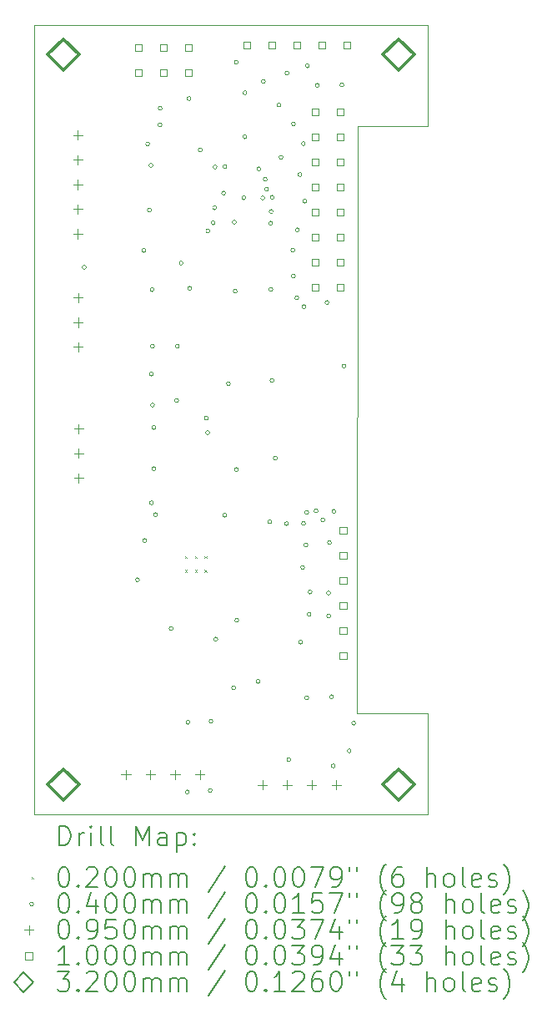
<source format=gbr>
%TF.GenerationSoftware,KiCad,Pcbnew,7.0.8*%
%TF.CreationDate,2023-11-10T01:40:48+01:00*%
%TF.ProjectId,splitflappcb,73706c69-7466-46c6-9170-7063622e6b69,rev?*%
%TF.SameCoordinates,Original*%
%TF.FileFunction,Drillmap*%
%TF.FilePolarity,Positive*%
%FSLAX45Y45*%
G04 Gerber Fmt 4.5, Leading zero omitted, Abs format (unit mm)*
G04 Created by KiCad (PCBNEW 7.0.8) date 2023-11-10 01:40:48*
%MOMM*%
%LPD*%
G01*
G04 APERTURE LIST*
%ADD10C,0.100000*%
%ADD11C,0.200000*%
%ADD12C,0.020000*%
%ADD13C,0.040000*%
%ADD14C,0.095000*%
%ADD15C,0.320000*%
G04 APERTURE END LIST*
D10*
X6700000Y-4700000D02*
X10700000Y-4700000D01*
X10696000Y-5728000D02*
X9982000Y-5728000D01*
X9982000Y-5728000D02*
X9978000Y-11672000D01*
X10700000Y-12700000D02*
X6700000Y-12700000D01*
X6700000Y-12700000D02*
X6700000Y-4700000D01*
X10701000Y-11672000D02*
X10700000Y-12700000D01*
X9978000Y-11672000D02*
X10701000Y-11672000D01*
X10696000Y-5728000D02*
X10700000Y-4700000D01*
D11*
D12*
X8232000Y-10083500D02*
X8252000Y-10103500D01*
X8252000Y-10083500D02*
X8232000Y-10103500D01*
X8232000Y-10223500D02*
X8252000Y-10243500D01*
X8252000Y-10223500D02*
X8232000Y-10243500D01*
X8332000Y-10083500D02*
X8352000Y-10103500D01*
X8352000Y-10083500D02*
X8332000Y-10103500D01*
X8332000Y-10223500D02*
X8352000Y-10243500D01*
X8352000Y-10223500D02*
X8332000Y-10243500D01*
X8432000Y-10083500D02*
X8452000Y-10103500D01*
X8452000Y-10083500D02*
X8432000Y-10103500D01*
X8432000Y-10223500D02*
X8452000Y-10243500D01*
X8452000Y-10223500D02*
X8432000Y-10243500D01*
D13*
X7230052Y-7154861D02*
G75*
G03*
X7230052Y-7154861I-20000J0D01*
G01*
X7770000Y-10323000D02*
G75*
G03*
X7770000Y-10323000I-20000J0D01*
G01*
X7834000Y-6985000D02*
G75*
G03*
X7834000Y-6985000I-20000J0D01*
G01*
X7842000Y-9924000D02*
G75*
G03*
X7842000Y-9924000I-20000J0D01*
G01*
X7873000Y-5904000D02*
G75*
G03*
X7873000Y-5904000I-20000J0D01*
G01*
X7892000Y-6575000D02*
G75*
G03*
X7892000Y-6575000I-20000J0D01*
G01*
X7907000Y-6123000D02*
G75*
G03*
X7907000Y-6123000I-20000J0D01*
G01*
X7910000Y-8238000D02*
G75*
G03*
X7910000Y-8238000I-20000J0D01*
G01*
X7912000Y-9543000D02*
G75*
G03*
X7912000Y-9543000I-20000J0D01*
G01*
X7918000Y-7381000D02*
G75*
G03*
X7918000Y-7381000I-20000J0D01*
G01*
X7922000Y-7955000D02*
G75*
G03*
X7922000Y-7955000I-20000J0D01*
G01*
X7922000Y-8551000D02*
G75*
G03*
X7922000Y-8551000I-20000J0D01*
G01*
X7935000Y-8779000D02*
G75*
G03*
X7935000Y-8779000I-20000J0D01*
G01*
X7937000Y-9196000D02*
G75*
G03*
X7937000Y-9196000I-20000J0D01*
G01*
X7953000Y-9664000D02*
G75*
G03*
X7953000Y-9664000I-20000J0D01*
G01*
X7998000Y-5711000D02*
G75*
G03*
X7998000Y-5711000I-20000J0D01*
G01*
X8000000Y-5544000D02*
G75*
G03*
X8000000Y-5544000I-20000J0D01*
G01*
X8111000Y-10818000D02*
G75*
G03*
X8111000Y-10818000I-20000J0D01*
G01*
X8167000Y-8506000D02*
G75*
G03*
X8167000Y-8506000I-20000J0D01*
G01*
X8174000Y-7955000D02*
G75*
G03*
X8174000Y-7955000I-20000J0D01*
G01*
X8213000Y-7113000D02*
G75*
G03*
X8213000Y-7113000I-20000J0D01*
G01*
X8276000Y-12474000D02*
G75*
G03*
X8276000Y-12474000I-20000J0D01*
G01*
X8282000Y-11767000D02*
G75*
G03*
X8282000Y-11767000I-20000J0D01*
G01*
X8293000Y-5445000D02*
G75*
G03*
X8293000Y-5445000I-20000J0D01*
G01*
X8300000Y-7369000D02*
G75*
G03*
X8300000Y-7369000I-20000J0D01*
G01*
X8408000Y-5964000D02*
G75*
G03*
X8408000Y-5964000I-20000J0D01*
G01*
X8469000Y-8684000D02*
G75*
G03*
X8469000Y-8684000I-20000J0D01*
G01*
X8482000Y-8830000D02*
G75*
G03*
X8482000Y-8830000I-20000J0D01*
G01*
X8484512Y-6788492D02*
G75*
G03*
X8484512Y-6788492I-20000J0D01*
G01*
X8508000Y-12459000D02*
G75*
G03*
X8508000Y-12459000I-20000J0D01*
G01*
X8516000Y-11756000D02*
G75*
G03*
X8516000Y-11756000I-20000J0D01*
G01*
X8537986Y-6704050D02*
G75*
G03*
X8537986Y-6704050I-20000J0D01*
G01*
X8551950Y-6552000D02*
G75*
G03*
X8551950Y-6552000I-20000J0D01*
G01*
X8557000Y-6138000D02*
G75*
G03*
X8557000Y-6138000I-20000J0D01*
G01*
X8565000Y-10924500D02*
G75*
G03*
X8565000Y-10924500I-20000J0D01*
G01*
X8644000Y-6403000D02*
G75*
G03*
X8644000Y-6403000I-20000J0D01*
G01*
X8654950Y-9669000D02*
G75*
G03*
X8654950Y-9669000I-20000J0D01*
G01*
X8656866Y-6133950D02*
G75*
G03*
X8656866Y-6133950I-20000J0D01*
G01*
X8693000Y-8335000D02*
G75*
G03*
X8693000Y-8335000I-20000J0D01*
G01*
X8747000Y-11418000D02*
G75*
G03*
X8747000Y-11418000I-20000J0D01*
G01*
X8753000Y-6697000D02*
G75*
G03*
X8753000Y-6697000I-20000J0D01*
G01*
X8762000Y-7397000D02*
G75*
G03*
X8762000Y-7397000I-20000J0D01*
G01*
X8773000Y-5077000D02*
G75*
G03*
X8773000Y-5077000I-20000J0D01*
G01*
X8775000Y-9205000D02*
G75*
G03*
X8775000Y-9205000I-20000J0D01*
G01*
X8778000Y-10734000D02*
G75*
G03*
X8778000Y-10734000I-20000J0D01*
G01*
X8848673Y-6450758D02*
G75*
G03*
X8848673Y-6450758I-20000J0D01*
G01*
X8860000Y-5832000D02*
G75*
G03*
X8860000Y-5832000I-20000J0D01*
G01*
X8861000Y-5386000D02*
G75*
G03*
X8861000Y-5386000I-20000J0D01*
G01*
X8994000Y-11354000D02*
G75*
G03*
X8994000Y-11354000I-20000J0D01*
G01*
X9001000Y-6158000D02*
G75*
G03*
X9001000Y-6158000I-20000J0D01*
G01*
X9041763Y-6453466D02*
G75*
G03*
X9041763Y-6453466I-20000J0D01*
G01*
X9048000Y-5273000D02*
G75*
G03*
X9048000Y-5273000I-20000J0D01*
G01*
X9067000Y-6263000D02*
G75*
G03*
X9067000Y-6263000I-20000J0D01*
G01*
X9080413Y-6362046D02*
G75*
G03*
X9080413Y-6362046I-20000J0D01*
G01*
X9113000Y-9734000D02*
G75*
G03*
X9113000Y-9734000I-20000J0D01*
G01*
X9122144Y-6709050D02*
G75*
G03*
X9122144Y-6709050I-20000J0D01*
G01*
X9124000Y-7378000D02*
G75*
G03*
X9124000Y-7378000I-20000J0D01*
G01*
X9127110Y-6589450D02*
G75*
G03*
X9127110Y-6589450I-20000J0D01*
G01*
X9136000Y-8303000D02*
G75*
G03*
X9136000Y-8303000I-20000J0D01*
G01*
X9136368Y-6445381D02*
G75*
G03*
X9136368Y-6445381I-20000J0D01*
G01*
X9170000Y-9089000D02*
G75*
G03*
X9170000Y-9089000I-20000J0D01*
G01*
X9206000Y-5509000D02*
G75*
G03*
X9206000Y-5509000I-20000J0D01*
G01*
X9227000Y-6040000D02*
G75*
G03*
X9227000Y-6040000I-20000J0D01*
G01*
X9283000Y-9754000D02*
G75*
G03*
X9283000Y-9754000I-20000J0D01*
G01*
X9288000Y-5188000D02*
G75*
G03*
X9288000Y-5188000I-20000J0D01*
G01*
X9307000Y-12147000D02*
G75*
G03*
X9307000Y-12147000I-20000J0D01*
G01*
X9347000Y-6982000D02*
G75*
G03*
X9347000Y-6982000I-20000J0D01*
G01*
X9353000Y-7245000D02*
G75*
G03*
X9353000Y-7245000I-20000J0D01*
G01*
X9354000Y-5702000D02*
G75*
G03*
X9354000Y-5702000I-20000J0D01*
G01*
X9387000Y-7466000D02*
G75*
G03*
X9387000Y-7466000I-20000J0D01*
G01*
X9394000Y-6775000D02*
G75*
G03*
X9394000Y-6775000I-20000J0D01*
G01*
X9419000Y-6215000D02*
G75*
G03*
X9419000Y-6215000I-20000J0D01*
G01*
X9425000Y-10956000D02*
G75*
G03*
X9425000Y-10956000I-20000J0D01*
G01*
X9447000Y-10197000D02*
G75*
G03*
X9447000Y-10197000I-20000J0D01*
G01*
X9454013Y-5902681D02*
G75*
G03*
X9454013Y-5902681I-20000J0D01*
G01*
X9456000Y-9752000D02*
G75*
G03*
X9456000Y-9752000I-20000J0D01*
G01*
X9460000Y-7554000D02*
G75*
G03*
X9460000Y-7554000I-20000J0D01*
G01*
X9468730Y-6483270D02*
G75*
G03*
X9468730Y-6483270I-20000J0D01*
G01*
X9480000Y-9971000D02*
G75*
G03*
X9480000Y-9971000I-20000J0D01*
G01*
X9487844Y-9639950D02*
G75*
G03*
X9487844Y-9639950I-20000J0D01*
G01*
X9488513Y-11521217D02*
G75*
G03*
X9488513Y-11521217I-20000J0D01*
G01*
X9495040Y-5112500D02*
G75*
G03*
X9495040Y-5112500I-20000J0D01*
G01*
X9512000Y-10672000D02*
G75*
G03*
X9512000Y-10672000I-20000J0D01*
G01*
X9522550Y-10447000D02*
G75*
G03*
X9522550Y-10447000I-20000J0D01*
G01*
X9582609Y-9625267D02*
G75*
G03*
X9582609Y-9625267I-20000J0D01*
G01*
X9596000Y-5310000D02*
G75*
G03*
X9596000Y-5310000I-20000J0D01*
G01*
X9653000Y-9716000D02*
G75*
G03*
X9653000Y-9716000I-20000J0D01*
G01*
X9694000Y-7512000D02*
G75*
G03*
X9694000Y-7512000I-20000J0D01*
G01*
X9709000Y-10458000D02*
G75*
G03*
X9709000Y-10458000I-20000J0D01*
G01*
X9711000Y-10690000D02*
G75*
G03*
X9711000Y-10690000I-20000J0D01*
G01*
X9719000Y-9947000D02*
G75*
G03*
X9719000Y-9947000I-20000J0D01*
G01*
X9741000Y-11508000D02*
G75*
G03*
X9741000Y-11508000I-20000J0D01*
G01*
X9758000Y-12210000D02*
G75*
G03*
X9758000Y-12210000I-20000J0D01*
G01*
X9763000Y-9629000D02*
G75*
G03*
X9763000Y-9629000I-20000J0D01*
G01*
X9845000Y-5307000D02*
G75*
G03*
X9845000Y-5307000I-20000J0D01*
G01*
X9867000Y-8157000D02*
G75*
G03*
X9867000Y-8157000I-20000J0D01*
G01*
X9920000Y-12057000D02*
G75*
G03*
X9920000Y-12057000I-20000J0D01*
G01*
X9965000Y-11776000D02*
G75*
G03*
X9965000Y-11776000I-20000J0D01*
G01*
D14*
X7145000Y-5768500D02*
X7145000Y-5863500D01*
X7097500Y-5816000D02*
X7192500Y-5816000D01*
X7145000Y-6018500D02*
X7145000Y-6113500D01*
X7097500Y-6066000D02*
X7192500Y-6066000D01*
X7145000Y-6268500D02*
X7145000Y-6363500D01*
X7097500Y-6316000D02*
X7192500Y-6316000D01*
X7145000Y-6518500D02*
X7145000Y-6613500D01*
X7097500Y-6566000D02*
X7192500Y-6566000D01*
X7145000Y-6768500D02*
X7145000Y-6863500D01*
X7097500Y-6816000D02*
X7192500Y-6816000D01*
X7146500Y-7415500D02*
X7146500Y-7510500D01*
X7099000Y-7463000D02*
X7194000Y-7463000D01*
X7146500Y-7665500D02*
X7146500Y-7760500D01*
X7099000Y-7713000D02*
X7194000Y-7713000D01*
X7146500Y-7915500D02*
X7146500Y-8010500D01*
X7099000Y-7963000D02*
X7194000Y-7963000D01*
X7151000Y-8743500D02*
X7151000Y-8838500D01*
X7103500Y-8791000D02*
X7198500Y-8791000D01*
X7151000Y-8993500D02*
X7151000Y-9088500D01*
X7103500Y-9041000D02*
X7198500Y-9041000D01*
X7151000Y-9243500D02*
X7151000Y-9338500D01*
X7103500Y-9291000D02*
X7198500Y-9291000D01*
X7632000Y-12249500D02*
X7632000Y-12344500D01*
X7584500Y-12297000D02*
X7679500Y-12297000D01*
X7882000Y-12249500D02*
X7882000Y-12344500D01*
X7834500Y-12297000D02*
X7929500Y-12297000D01*
X8132000Y-12249500D02*
X8132000Y-12344500D01*
X8084500Y-12297000D02*
X8179500Y-12297000D01*
X8382000Y-12249500D02*
X8382000Y-12344500D01*
X8334500Y-12297000D02*
X8429500Y-12297000D01*
X9018000Y-12353500D02*
X9018000Y-12448500D01*
X8970500Y-12401000D02*
X9065500Y-12401000D01*
X9268000Y-12353500D02*
X9268000Y-12448500D01*
X9220500Y-12401000D02*
X9315500Y-12401000D01*
X9518000Y-12353500D02*
X9518000Y-12448500D01*
X9470500Y-12401000D02*
X9565500Y-12401000D01*
X9768000Y-12353500D02*
X9768000Y-12448500D01*
X9720500Y-12401000D02*
X9815500Y-12401000D01*
D10*
X7795356Y-4965356D02*
X7795356Y-4894644D01*
X7724644Y-4894644D01*
X7724644Y-4965356D01*
X7795356Y-4965356D01*
X7795356Y-5219356D02*
X7795356Y-5148644D01*
X7724644Y-5148644D01*
X7724644Y-5219356D01*
X7795356Y-5219356D01*
X8049356Y-4965356D02*
X8049356Y-4894644D01*
X7978644Y-4894644D01*
X7978644Y-4965356D01*
X8049356Y-4965356D01*
X8049356Y-5219356D02*
X8049356Y-5148644D01*
X7978644Y-5148644D01*
X7978644Y-5219356D01*
X8049356Y-5219356D01*
X8303356Y-4965356D02*
X8303356Y-4894644D01*
X8232644Y-4894644D01*
X8232644Y-4965356D01*
X8303356Y-4965356D01*
X8303356Y-5219356D02*
X8303356Y-5148644D01*
X8232644Y-5148644D01*
X8232644Y-5219356D01*
X8303356Y-5219356D01*
X8893356Y-4936356D02*
X8893356Y-4865644D01*
X8822644Y-4865644D01*
X8822644Y-4936356D01*
X8893356Y-4936356D01*
X9147356Y-4936356D02*
X9147356Y-4865644D01*
X9076644Y-4865644D01*
X9076644Y-4936356D01*
X9147356Y-4936356D01*
X9401356Y-4936356D02*
X9401356Y-4865644D01*
X9330644Y-4865644D01*
X9330644Y-4936356D01*
X9401356Y-4936356D01*
X9591356Y-5616356D02*
X9591356Y-5545644D01*
X9520644Y-5545644D01*
X9520644Y-5616356D01*
X9591356Y-5616356D01*
X9591356Y-5870356D02*
X9591356Y-5799644D01*
X9520644Y-5799644D01*
X9520644Y-5870356D01*
X9591356Y-5870356D01*
X9591356Y-6124356D02*
X9591356Y-6053644D01*
X9520644Y-6053644D01*
X9520644Y-6124356D01*
X9591356Y-6124356D01*
X9591356Y-6378356D02*
X9591356Y-6307644D01*
X9520644Y-6307644D01*
X9520644Y-6378356D01*
X9591356Y-6378356D01*
X9591356Y-6632356D02*
X9591356Y-6561644D01*
X9520644Y-6561644D01*
X9520644Y-6632356D01*
X9591356Y-6632356D01*
X9591356Y-6886356D02*
X9591356Y-6815644D01*
X9520644Y-6815644D01*
X9520644Y-6886356D01*
X9591356Y-6886356D01*
X9591356Y-7140356D02*
X9591356Y-7069644D01*
X9520644Y-7069644D01*
X9520644Y-7140356D01*
X9591356Y-7140356D01*
X9591356Y-7394356D02*
X9591356Y-7323644D01*
X9520644Y-7323644D01*
X9520644Y-7394356D01*
X9591356Y-7394356D01*
X9655356Y-4936356D02*
X9655356Y-4865644D01*
X9584644Y-4865644D01*
X9584644Y-4936356D01*
X9655356Y-4936356D01*
X9845356Y-5616356D02*
X9845356Y-5545644D01*
X9774644Y-5545644D01*
X9774644Y-5616356D01*
X9845356Y-5616356D01*
X9845356Y-5870356D02*
X9845356Y-5799644D01*
X9774644Y-5799644D01*
X9774644Y-5870356D01*
X9845356Y-5870356D01*
X9845356Y-6124356D02*
X9845356Y-6053644D01*
X9774644Y-6053644D01*
X9774644Y-6124356D01*
X9845356Y-6124356D01*
X9845356Y-6378356D02*
X9845356Y-6307644D01*
X9774644Y-6307644D01*
X9774644Y-6378356D01*
X9845356Y-6378356D01*
X9845356Y-6632356D02*
X9845356Y-6561644D01*
X9774644Y-6561644D01*
X9774644Y-6632356D01*
X9845356Y-6632356D01*
X9845356Y-6886356D02*
X9845356Y-6815644D01*
X9774644Y-6815644D01*
X9774644Y-6886356D01*
X9845356Y-6886356D01*
X9845356Y-7140356D02*
X9845356Y-7069644D01*
X9774644Y-7069644D01*
X9774644Y-7140356D01*
X9845356Y-7140356D01*
X9845356Y-7394356D02*
X9845356Y-7323644D01*
X9774644Y-7323644D01*
X9774644Y-7394356D01*
X9845356Y-7394356D01*
X9872356Y-9855356D02*
X9872356Y-9784644D01*
X9801644Y-9784644D01*
X9801644Y-9855356D01*
X9872356Y-9855356D01*
X9872356Y-10109356D02*
X9872356Y-10038644D01*
X9801644Y-10038644D01*
X9801644Y-10109356D01*
X9872356Y-10109356D01*
X9872356Y-10363356D02*
X9872356Y-10292644D01*
X9801644Y-10292644D01*
X9801644Y-10363356D01*
X9872356Y-10363356D01*
X9872356Y-10617356D02*
X9872356Y-10546644D01*
X9801644Y-10546644D01*
X9801644Y-10617356D01*
X9872356Y-10617356D01*
X9872356Y-10871356D02*
X9872356Y-10800644D01*
X9801644Y-10800644D01*
X9801644Y-10871356D01*
X9872356Y-10871356D01*
X9872356Y-11125356D02*
X9872356Y-11054644D01*
X9801644Y-11054644D01*
X9801644Y-11125356D01*
X9872356Y-11125356D01*
X9909356Y-4936356D02*
X9909356Y-4865644D01*
X9838644Y-4865644D01*
X9838644Y-4936356D01*
X9909356Y-4936356D01*
D15*
X7000000Y-5160000D02*
X7160000Y-5000000D01*
X7000000Y-4840000D01*
X6840000Y-5000000D01*
X7000000Y-5160000D01*
X7000000Y-12560000D02*
X7160000Y-12400000D01*
X7000000Y-12240000D01*
X6840000Y-12400000D01*
X7000000Y-12560000D01*
X10400000Y-5160000D02*
X10560000Y-5000000D01*
X10400000Y-4840000D01*
X10240000Y-5000000D01*
X10400000Y-5160000D01*
X10400000Y-12560000D02*
X10560000Y-12400000D01*
X10400000Y-12240000D01*
X10240000Y-12400000D01*
X10400000Y-12560000D01*
D11*
X6955777Y-13016484D02*
X6955777Y-12816484D01*
X6955777Y-12816484D02*
X7003396Y-12816484D01*
X7003396Y-12816484D02*
X7031967Y-12826008D01*
X7031967Y-12826008D02*
X7051015Y-12845055D01*
X7051015Y-12845055D02*
X7060539Y-12864103D01*
X7060539Y-12864103D02*
X7070062Y-12902198D01*
X7070062Y-12902198D02*
X7070062Y-12930769D01*
X7070062Y-12930769D02*
X7060539Y-12968865D01*
X7060539Y-12968865D02*
X7051015Y-12987912D01*
X7051015Y-12987912D02*
X7031967Y-13006960D01*
X7031967Y-13006960D02*
X7003396Y-13016484D01*
X7003396Y-13016484D02*
X6955777Y-13016484D01*
X7155777Y-13016484D02*
X7155777Y-12883150D01*
X7155777Y-12921246D02*
X7165301Y-12902198D01*
X7165301Y-12902198D02*
X7174824Y-12892674D01*
X7174824Y-12892674D02*
X7193872Y-12883150D01*
X7193872Y-12883150D02*
X7212920Y-12883150D01*
X7279586Y-13016484D02*
X7279586Y-12883150D01*
X7279586Y-12816484D02*
X7270062Y-12826008D01*
X7270062Y-12826008D02*
X7279586Y-12835531D01*
X7279586Y-12835531D02*
X7289110Y-12826008D01*
X7289110Y-12826008D02*
X7279586Y-12816484D01*
X7279586Y-12816484D02*
X7279586Y-12835531D01*
X7403396Y-13016484D02*
X7384348Y-13006960D01*
X7384348Y-13006960D02*
X7374824Y-12987912D01*
X7374824Y-12987912D02*
X7374824Y-12816484D01*
X7508158Y-13016484D02*
X7489110Y-13006960D01*
X7489110Y-13006960D02*
X7479586Y-12987912D01*
X7479586Y-12987912D02*
X7479586Y-12816484D01*
X7736729Y-13016484D02*
X7736729Y-12816484D01*
X7736729Y-12816484D02*
X7803396Y-12959341D01*
X7803396Y-12959341D02*
X7870062Y-12816484D01*
X7870062Y-12816484D02*
X7870062Y-13016484D01*
X8051015Y-13016484D02*
X8051015Y-12911722D01*
X8051015Y-12911722D02*
X8041491Y-12892674D01*
X8041491Y-12892674D02*
X8022443Y-12883150D01*
X8022443Y-12883150D02*
X7984348Y-12883150D01*
X7984348Y-12883150D02*
X7965301Y-12892674D01*
X8051015Y-13006960D02*
X8031967Y-13016484D01*
X8031967Y-13016484D02*
X7984348Y-13016484D01*
X7984348Y-13016484D02*
X7965301Y-13006960D01*
X7965301Y-13006960D02*
X7955777Y-12987912D01*
X7955777Y-12987912D02*
X7955777Y-12968865D01*
X7955777Y-12968865D02*
X7965301Y-12949817D01*
X7965301Y-12949817D02*
X7984348Y-12940293D01*
X7984348Y-12940293D02*
X8031967Y-12940293D01*
X8031967Y-12940293D02*
X8051015Y-12930769D01*
X8146253Y-12883150D02*
X8146253Y-13083150D01*
X8146253Y-12892674D02*
X8165301Y-12883150D01*
X8165301Y-12883150D02*
X8203396Y-12883150D01*
X8203396Y-12883150D02*
X8222443Y-12892674D01*
X8222443Y-12892674D02*
X8231967Y-12902198D01*
X8231967Y-12902198D02*
X8241491Y-12921246D01*
X8241491Y-12921246D02*
X8241491Y-12978388D01*
X8241491Y-12978388D02*
X8231967Y-12997436D01*
X8231967Y-12997436D02*
X8222443Y-13006960D01*
X8222443Y-13006960D02*
X8203396Y-13016484D01*
X8203396Y-13016484D02*
X8165301Y-13016484D01*
X8165301Y-13016484D02*
X8146253Y-13006960D01*
X8327205Y-12997436D02*
X8336729Y-13006960D01*
X8336729Y-13006960D02*
X8327205Y-13016484D01*
X8327205Y-13016484D02*
X8317682Y-13006960D01*
X8317682Y-13006960D02*
X8327205Y-12997436D01*
X8327205Y-12997436D02*
X8327205Y-13016484D01*
X8327205Y-12892674D02*
X8336729Y-12902198D01*
X8336729Y-12902198D02*
X8327205Y-12911722D01*
X8327205Y-12911722D02*
X8317682Y-12902198D01*
X8317682Y-12902198D02*
X8327205Y-12892674D01*
X8327205Y-12892674D02*
X8327205Y-12911722D01*
D12*
X6675000Y-13335000D02*
X6695000Y-13355000D01*
X6695000Y-13335000D02*
X6675000Y-13355000D01*
D11*
X6993872Y-13236484D02*
X7012920Y-13236484D01*
X7012920Y-13236484D02*
X7031967Y-13246008D01*
X7031967Y-13246008D02*
X7041491Y-13255531D01*
X7041491Y-13255531D02*
X7051015Y-13274579D01*
X7051015Y-13274579D02*
X7060539Y-13312674D01*
X7060539Y-13312674D02*
X7060539Y-13360293D01*
X7060539Y-13360293D02*
X7051015Y-13398388D01*
X7051015Y-13398388D02*
X7041491Y-13417436D01*
X7041491Y-13417436D02*
X7031967Y-13426960D01*
X7031967Y-13426960D02*
X7012920Y-13436484D01*
X7012920Y-13436484D02*
X6993872Y-13436484D01*
X6993872Y-13436484D02*
X6974824Y-13426960D01*
X6974824Y-13426960D02*
X6965301Y-13417436D01*
X6965301Y-13417436D02*
X6955777Y-13398388D01*
X6955777Y-13398388D02*
X6946253Y-13360293D01*
X6946253Y-13360293D02*
X6946253Y-13312674D01*
X6946253Y-13312674D02*
X6955777Y-13274579D01*
X6955777Y-13274579D02*
X6965301Y-13255531D01*
X6965301Y-13255531D02*
X6974824Y-13246008D01*
X6974824Y-13246008D02*
X6993872Y-13236484D01*
X7146253Y-13417436D02*
X7155777Y-13426960D01*
X7155777Y-13426960D02*
X7146253Y-13436484D01*
X7146253Y-13436484D02*
X7136729Y-13426960D01*
X7136729Y-13426960D02*
X7146253Y-13417436D01*
X7146253Y-13417436D02*
X7146253Y-13436484D01*
X7231967Y-13255531D02*
X7241491Y-13246008D01*
X7241491Y-13246008D02*
X7260539Y-13236484D01*
X7260539Y-13236484D02*
X7308158Y-13236484D01*
X7308158Y-13236484D02*
X7327205Y-13246008D01*
X7327205Y-13246008D02*
X7336729Y-13255531D01*
X7336729Y-13255531D02*
X7346253Y-13274579D01*
X7346253Y-13274579D02*
X7346253Y-13293627D01*
X7346253Y-13293627D02*
X7336729Y-13322198D01*
X7336729Y-13322198D02*
X7222443Y-13436484D01*
X7222443Y-13436484D02*
X7346253Y-13436484D01*
X7470062Y-13236484D02*
X7489110Y-13236484D01*
X7489110Y-13236484D02*
X7508158Y-13246008D01*
X7508158Y-13246008D02*
X7517682Y-13255531D01*
X7517682Y-13255531D02*
X7527205Y-13274579D01*
X7527205Y-13274579D02*
X7536729Y-13312674D01*
X7536729Y-13312674D02*
X7536729Y-13360293D01*
X7536729Y-13360293D02*
X7527205Y-13398388D01*
X7527205Y-13398388D02*
X7517682Y-13417436D01*
X7517682Y-13417436D02*
X7508158Y-13426960D01*
X7508158Y-13426960D02*
X7489110Y-13436484D01*
X7489110Y-13436484D02*
X7470062Y-13436484D01*
X7470062Y-13436484D02*
X7451015Y-13426960D01*
X7451015Y-13426960D02*
X7441491Y-13417436D01*
X7441491Y-13417436D02*
X7431967Y-13398388D01*
X7431967Y-13398388D02*
X7422443Y-13360293D01*
X7422443Y-13360293D02*
X7422443Y-13312674D01*
X7422443Y-13312674D02*
X7431967Y-13274579D01*
X7431967Y-13274579D02*
X7441491Y-13255531D01*
X7441491Y-13255531D02*
X7451015Y-13246008D01*
X7451015Y-13246008D02*
X7470062Y-13236484D01*
X7660539Y-13236484D02*
X7679586Y-13236484D01*
X7679586Y-13236484D02*
X7698634Y-13246008D01*
X7698634Y-13246008D02*
X7708158Y-13255531D01*
X7708158Y-13255531D02*
X7717682Y-13274579D01*
X7717682Y-13274579D02*
X7727205Y-13312674D01*
X7727205Y-13312674D02*
X7727205Y-13360293D01*
X7727205Y-13360293D02*
X7717682Y-13398388D01*
X7717682Y-13398388D02*
X7708158Y-13417436D01*
X7708158Y-13417436D02*
X7698634Y-13426960D01*
X7698634Y-13426960D02*
X7679586Y-13436484D01*
X7679586Y-13436484D02*
X7660539Y-13436484D01*
X7660539Y-13436484D02*
X7641491Y-13426960D01*
X7641491Y-13426960D02*
X7631967Y-13417436D01*
X7631967Y-13417436D02*
X7622443Y-13398388D01*
X7622443Y-13398388D02*
X7612920Y-13360293D01*
X7612920Y-13360293D02*
X7612920Y-13312674D01*
X7612920Y-13312674D02*
X7622443Y-13274579D01*
X7622443Y-13274579D02*
X7631967Y-13255531D01*
X7631967Y-13255531D02*
X7641491Y-13246008D01*
X7641491Y-13246008D02*
X7660539Y-13236484D01*
X7812920Y-13436484D02*
X7812920Y-13303150D01*
X7812920Y-13322198D02*
X7822443Y-13312674D01*
X7822443Y-13312674D02*
X7841491Y-13303150D01*
X7841491Y-13303150D02*
X7870063Y-13303150D01*
X7870063Y-13303150D02*
X7889110Y-13312674D01*
X7889110Y-13312674D02*
X7898634Y-13331722D01*
X7898634Y-13331722D02*
X7898634Y-13436484D01*
X7898634Y-13331722D02*
X7908158Y-13312674D01*
X7908158Y-13312674D02*
X7927205Y-13303150D01*
X7927205Y-13303150D02*
X7955777Y-13303150D01*
X7955777Y-13303150D02*
X7974824Y-13312674D01*
X7974824Y-13312674D02*
X7984348Y-13331722D01*
X7984348Y-13331722D02*
X7984348Y-13436484D01*
X8079586Y-13436484D02*
X8079586Y-13303150D01*
X8079586Y-13322198D02*
X8089110Y-13312674D01*
X8089110Y-13312674D02*
X8108158Y-13303150D01*
X8108158Y-13303150D02*
X8136729Y-13303150D01*
X8136729Y-13303150D02*
X8155777Y-13312674D01*
X8155777Y-13312674D02*
X8165301Y-13331722D01*
X8165301Y-13331722D02*
X8165301Y-13436484D01*
X8165301Y-13331722D02*
X8174824Y-13312674D01*
X8174824Y-13312674D02*
X8193872Y-13303150D01*
X8193872Y-13303150D02*
X8222443Y-13303150D01*
X8222443Y-13303150D02*
X8241491Y-13312674D01*
X8241491Y-13312674D02*
X8251015Y-13331722D01*
X8251015Y-13331722D02*
X8251015Y-13436484D01*
X8641491Y-13226960D02*
X8470063Y-13484103D01*
X8898634Y-13236484D02*
X8917682Y-13236484D01*
X8917682Y-13236484D02*
X8936729Y-13246008D01*
X8936729Y-13246008D02*
X8946253Y-13255531D01*
X8946253Y-13255531D02*
X8955777Y-13274579D01*
X8955777Y-13274579D02*
X8965301Y-13312674D01*
X8965301Y-13312674D02*
X8965301Y-13360293D01*
X8965301Y-13360293D02*
X8955777Y-13398388D01*
X8955777Y-13398388D02*
X8946253Y-13417436D01*
X8946253Y-13417436D02*
X8936729Y-13426960D01*
X8936729Y-13426960D02*
X8917682Y-13436484D01*
X8917682Y-13436484D02*
X8898634Y-13436484D01*
X8898634Y-13436484D02*
X8879587Y-13426960D01*
X8879587Y-13426960D02*
X8870063Y-13417436D01*
X8870063Y-13417436D02*
X8860539Y-13398388D01*
X8860539Y-13398388D02*
X8851015Y-13360293D01*
X8851015Y-13360293D02*
X8851015Y-13312674D01*
X8851015Y-13312674D02*
X8860539Y-13274579D01*
X8860539Y-13274579D02*
X8870063Y-13255531D01*
X8870063Y-13255531D02*
X8879587Y-13246008D01*
X8879587Y-13246008D02*
X8898634Y-13236484D01*
X9051015Y-13417436D02*
X9060539Y-13426960D01*
X9060539Y-13426960D02*
X9051015Y-13436484D01*
X9051015Y-13436484D02*
X9041491Y-13426960D01*
X9041491Y-13426960D02*
X9051015Y-13417436D01*
X9051015Y-13417436D02*
X9051015Y-13436484D01*
X9184348Y-13236484D02*
X9203396Y-13236484D01*
X9203396Y-13236484D02*
X9222444Y-13246008D01*
X9222444Y-13246008D02*
X9231968Y-13255531D01*
X9231968Y-13255531D02*
X9241491Y-13274579D01*
X9241491Y-13274579D02*
X9251015Y-13312674D01*
X9251015Y-13312674D02*
X9251015Y-13360293D01*
X9251015Y-13360293D02*
X9241491Y-13398388D01*
X9241491Y-13398388D02*
X9231968Y-13417436D01*
X9231968Y-13417436D02*
X9222444Y-13426960D01*
X9222444Y-13426960D02*
X9203396Y-13436484D01*
X9203396Y-13436484D02*
X9184348Y-13436484D01*
X9184348Y-13436484D02*
X9165301Y-13426960D01*
X9165301Y-13426960D02*
X9155777Y-13417436D01*
X9155777Y-13417436D02*
X9146253Y-13398388D01*
X9146253Y-13398388D02*
X9136729Y-13360293D01*
X9136729Y-13360293D02*
X9136729Y-13312674D01*
X9136729Y-13312674D02*
X9146253Y-13274579D01*
X9146253Y-13274579D02*
X9155777Y-13255531D01*
X9155777Y-13255531D02*
X9165301Y-13246008D01*
X9165301Y-13246008D02*
X9184348Y-13236484D01*
X9374825Y-13236484D02*
X9393872Y-13236484D01*
X9393872Y-13236484D02*
X9412920Y-13246008D01*
X9412920Y-13246008D02*
X9422444Y-13255531D01*
X9422444Y-13255531D02*
X9431968Y-13274579D01*
X9431968Y-13274579D02*
X9441491Y-13312674D01*
X9441491Y-13312674D02*
X9441491Y-13360293D01*
X9441491Y-13360293D02*
X9431968Y-13398388D01*
X9431968Y-13398388D02*
X9422444Y-13417436D01*
X9422444Y-13417436D02*
X9412920Y-13426960D01*
X9412920Y-13426960D02*
X9393872Y-13436484D01*
X9393872Y-13436484D02*
X9374825Y-13436484D01*
X9374825Y-13436484D02*
X9355777Y-13426960D01*
X9355777Y-13426960D02*
X9346253Y-13417436D01*
X9346253Y-13417436D02*
X9336729Y-13398388D01*
X9336729Y-13398388D02*
X9327206Y-13360293D01*
X9327206Y-13360293D02*
X9327206Y-13312674D01*
X9327206Y-13312674D02*
X9336729Y-13274579D01*
X9336729Y-13274579D02*
X9346253Y-13255531D01*
X9346253Y-13255531D02*
X9355777Y-13246008D01*
X9355777Y-13246008D02*
X9374825Y-13236484D01*
X9508158Y-13236484D02*
X9641491Y-13236484D01*
X9641491Y-13236484D02*
X9555777Y-13436484D01*
X9727206Y-13436484D02*
X9765301Y-13436484D01*
X9765301Y-13436484D02*
X9784349Y-13426960D01*
X9784349Y-13426960D02*
X9793872Y-13417436D01*
X9793872Y-13417436D02*
X9812920Y-13388865D01*
X9812920Y-13388865D02*
X9822444Y-13350769D01*
X9822444Y-13350769D02*
X9822444Y-13274579D01*
X9822444Y-13274579D02*
X9812920Y-13255531D01*
X9812920Y-13255531D02*
X9803396Y-13246008D01*
X9803396Y-13246008D02*
X9784349Y-13236484D01*
X9784349Y-13236484D02*
X9746253Y-13236484D01*
X9746253Y-13236484D02*
X9727206Y-13246008D01*
X9727206Y-13246008D02*
X9717682Y-13255531D01*
X9717682Y-13255531D02*
X9708158Y-13274579D01*
X9708158Y-13274579D02*
X9708158Y-13322198D01*
X9708158Y-13322198D02*
X9717682Y-13341246D01*
X9717682Y-13341246D02*
X9727206Y-13350769D01*
X9727206Y-13350769D02*
X9746253Y-13360293D01*
X9746253Y-13360293D02*
X9784349Y-13360293D01*
X9784349Y-13360293D02*
X9803396Y-13350769D01*
X9803396Y-13350769D02*
X9812920Y-13341246D01*
X9812920Y-13341246D02*
X9822444Y-13322198D01*
X9898634Y-13236484D02*
X9898634Y-13274579D01*
X9974825Y-13236484D02*
X9974825Y-13274579D01*
X10270063Y-13512674D02*
X10260539Y-13503150D01*
X10260539Y-13503150D02*
X10241491Y-13474579D01*
X10241491Y-13474579D02*
X10231968Y-13455531D01*
X10231968Y-13455531D02*
X10222444Y-13426960D01*
X10222444Y-13426960D02*
X10212920Y-13379341D01*
X10212920Y-13379341D02*
X10212920Y-13341246D01*
X10212920Y-13341246D02*
X10222444Y-13293627D01*
X10222444Y-13293627D02*
X10231968Y-13265055D01*
X10231968Y-13265055D02*
X10241491Y-13246008D01*
X10241491Y-13246008D02*
X10260539Y-13217436D01*
X10260539Y-13217436D02*
X10270063Y-13207912D01*
X10431968Y-13236484D02*
X10393872Y-13236484D01*
X10393872Y-13236484D02*
X10374825Y-13246008D01*
X10374825Y-13246008D02*
X10365301Y-13255531D01*
X10365301Y-13255531D02*
X10346253Y-13284103D01*
X10346253Y-13284103D02*
X10336730Y-13322198D01*
X10336730Y-13322198D02*
X10336730Y-13398388D01*
X10336730Y-13398388D02*
X10346253Y-13417436D01*
X10346253Y-13417436D02*
X10355777Y-13426960D01*
X10355777Y-13426960D02*
X10374825Y-13436484D01*
X10374825Y-13436484D02*
X10412920Y-13436484D01*
X10412920Y-13436484D02*
X10431968Y-13426960D01*
X10431968Y-13426960D02*
X10441491Y-13417436D01*
X10441491Y-13417436D02*
X10451015Y-13398388D01*
X10451015Y-13398388D02*
X10451015Y-13350769D01*
X10451015Y-13350769D02*
X10441491Y-13331722D01*
X10441491Y-13331722D02*
X10431968Y-13322198D01*
X10431968Y-13322198D02*
X10412920Y-13312674D01*
X10412920Y-13312674D02*
X10374825Y-13312674D01*
X10374825Y-13312674D02*
X10355777Y-13322198D01*
X10355777Y-13322198D02*
X10346253Y-13331722D01*
X10346253Y-13331722D02*
X10336730Y-13350769D01*
X10689111Y-13436484D02*
X10689111Y-13236484D01*
X10774825Y-13436484D02*
X10774825Y-13331722D01*
X10774825Y-13331722D02*
X10765301Y-13312674D01*
X10765301Y-13312674D02*
X10746253Y-13303150D01*
X10746253Y-13303150D02*
X10717682Y-13303150D01*
X10717682Y-13303150D02*
X10698634Y-13312674D01*
X10698634Y-13312674D02*
X10689111Y-13322198D01*
X10898634Y-13436484D02*
X10879587Y-13426960D01*
X10879587Y-13426960D02*
X10870063Y-13417436D01*
X10870063Y-13417436D02*
X10860539Y-13398388D01*
X10860539Y-13398388D02*
X10860539Y-13341246D01*
X10860539Y-13341246D02*
X10870063Y-13322198D01*
X10870063Y-13322198D02*
X10879587Y-13312674D01*
X10879587Y-13312674D02*
X10898634Y-13303150D01*
X10898634Y-13303150D02*
X10927206Y-13303150D01*
X10927206Y-13303150D02*
X10946253Y-13312674D01*
X10946253Y-13312674D02*
X10955777Y-13322198D01*
X10955777Y-13322198D02*
X10965301Y-13341246D01*
X10965301Y-13341246D02*
X10965301Y-13398388D01*
X10965301Y-13398388D02*
X10955777Y-13417436D01*
X10955777Y-13417436D02*
X10946253Y-13426960D01*
X10946253Y-13426960D02*
X10927206Y-13436484D01*
X10927206Y-13436484D02*
X10898634Y-13436484D01*
X11079587Y-13436484D02*
X11060539Y-13426960D01*
X11060539Y-13426960D02*
X11051015Y-13407912D01*
X11051015Y-13407912D02*
X11051015Y-13236484D01*
X11231968Y-13426960D02*
X11212920Y-13436484D01*
X11212920Y-13436484D02*
X11174825Y-13436484D01*
X11174825Y-13436484D02*
X11155777Y-13426960D01*
X11155777Y-13426960D02*
X11146253Y-13407912D01*
X11146253Y-13407912D02*
X11146253Y-13331722D01*
X11146253Y-13331722D02*
X11155777Y-13312674D01*
X11155777Y-13312674D02*
X11174825Y-13303150D01*
X11174825Y-13303150D02*
X11212920Y-13303150D01*
X11212920Y-13303150D02*
X11231968Y-13312674D01*
X11231968Y-13312674D02*
X11241491Y-13331722D01*
X11241491Y-13331722D02*
X11241491Y-13350769D01*
X11241491Y-13350769D02*
X11146253Y-13369817D01*
X11317682Y-13426960D02*
X11336730Y-13436484D01*
X11336730Y-13436484D02*
X11374825Y-13436484D01*
X11374825Y-13436484D02*
X11393872Y-13426960D01*
X11393872Y-13426960D02*
X11403396Y-13407912D01*
X11403396Y-13407912D02*
X11403396Y-13398388D01*
X11403396Y-13398388D02*
X11393872Y-13379341D01*
X11393872Y-13379341D02*
X11374825Y-13369817D01*
X11374825Y-13369817D02*
X11346253Y-13369817D01*
X11346253Y-13369817D02*
X11327206Y-13360293D01*
X11327206Y-13360293D02*
X11317682Y-13341246D01*
X11317682Y-13341246D02*
X11317682Y-13331722D01*
X11317682Y-13331722D02*
X11327206Y-13312674D01*
X11327206Y-13312674D02*
X11346253Y-13303150D01*
X11346253Y-13303150D02*
X11374825Y-13303150D01*
X11374825Y-13303150D02*
X11393872Y-13312674D01*
X11470063Y-13512674D02*
X11479587Y-13503150D01*
X11479587Y-13503150D02*
X11498634Y-13474579D01*
X11498634Y-13474579D02*
X11508158Y-13455531D01*
X11508158Y-13455531D02*
X11517682Y-13426960D01*
X11517682Y-13426960D02*
X11527206Y-13379341D01*
X11527206Y-13379341D02*
X11527206Y-13341246D01*
X11527206Y-13341246D02*
X11517682Y-13293627D01*
X11517682Y-13293627D02*
X11508158Y-13265055D01*
X11508158Y-13265055D02*
X11498634Y-13246008D01*
X11498634Y-13246008D02*
X11479587Y-13217436D01*
X11479587Y-13217436D02*
X11470063Y-13207912D01*
D13*
X6695000Y-13609000D02*
G75*
G03*
X6695000Y-13609000I-20000J0D01*
G01*
D11*
X6993872Y-13500484D02*
X7012920Y-13500484D01*
X7012920Y-13500484D02*
X7031967Y-13510008D01*
X7031967Y-13510008D02*
X7041491Y-13519531D01*
X7041491Y-13519531D02*
X7051015Y-13538579D01*
X7051015Y-13538579D02*
X7060539Y-13576674D01*
X7060539Y-13576674D02*
X7060539Y-13624293D01*
X7060539Y-13624293D02*
X7051015Y-13662388D01*
X7051015Y-13662388D02*
X7041491Y-13681436D01*
X7041491Y-13681436D02*
X7031967Y-13690960D01*
X7031967Y-13690960D02*
X7012920Y-13700484D01*
X7012920Y-13700484D02*
X6993872Y-13700484D01*
X6993872Y-13700484D02*
X6974824Y-13690960D01*
X6974824Y-13690960D02*
X6965301Y-13681436D01*
X6965301Y-13681436D02*
X6955777Y-13662388D01*
X6955777Y-13662388D02*
X6946253Y-13624293D01*
X6946253Y-13624293D02*
X6946253Y-13576674D01*
X6946253Y-13576674D02*
X6955777Y-13538579D01*
X6955777Y-13538579D02*
X6965301Y-13519531D01*
X6965301Y-13519531D02*
X6974824Y-13510008D01*
X6974824Y-13510008D02*
X6993872Y-13500484D01*
X7146253Y-13681436D02*
X7155777Y-13690960D01*
X7155777Y-13690960D02*
X7146253Y-13700484D01*
X7146253Y-13700484D02*
X7136729Y-13690960D01*
X7136729Y-13690960D02*
X7146253Y-13681436D01*
X7146253Y-13681436D02*
X7146253Y-13700484D01*
X7327205Y-13567150D02*
X7327205Y-13700484D01*
X7279586Y-13490960D02*
X7231967Y-13633817D01*
X7231967Y-13633817D02*
X7355777Y-13633817D01*
X7470062Y-13500484D02*
X7489110Y-13500484D01*
X7489110Y-13500484D02*
X7508158Y-13510008D01*
X7508158Y-13510008D02*
X7517682Y-13519531D01*
X7517682Y-13519531D02*
X7527205Y-13538579D01*
X7527205Y-13538579D02*
X7536729Y-13576674D01*
X7536729Y-13576674D02*
X7536729Y-13624293D01*
X7536729Y-13624293D02*
X7527205Y-13662388D01*
X7527205Y-13662388D02*
X7517682Y-13681436D01*
X7517682Y-13681436D02*
X7508158Y-13690960D01*
X7508158Y-13690960D02*
X7489110Y-13700484D01*
X7489110Y-13700484D02*
X7470062Y-13700484D01*
X7470062Y-13700484D02*
X7451015Y-13690960D01*
X7451015Y-13690960D02*
X7441491Y-13681436D01*
X7441491Y-13681436D02*
X7431967Y-13662388D01*
X7431967Y-13662388D02*
X7422443Y-13624293D01*
X7422443Y-13624293D02*
X7422443Y-13576674D01*
X7422443Y-13576674D02*
X7431967Y-13538579D01*
X7431967Y-13538579D02*
X7441491Y-13519531D01*
X7441491Y-13519531D02*
X7451015Y-13510008D01*
X7451015Y-13510008D02*
X7470062Y-13500484D01*
X7660539Y-13500484D02*
X7679586Y-13500484D01*
X7679586Y-13500484D02*
X7698634Y-13510008D01*
X7698634Y-13510008D02*
X7708158Y-13519531D01*
X7708158Y-13519531D02*
X7717682Y-13538579D01*
X7717682Y-13538579D02*
X7727205Y-13576674D01*
X7727205Y-13576674D02*
X7727205Y-13624293D01*
X7727205Y-13624293D02*
X7717682Y-13662388D01*
X7717682Y-13662388D02*
X7708158Y-13681436D01*
X7708158Y-13681436D02*
X7698634Y-13690960D01*
X7698634Y-13690960D02*
X7679586Y-13700484D01*
X7679586Y-13700484D02*
X7660539Y-13700484D01*
X7660539Y-13700484D02*
X7641491Y-13690960D01*
X7641491Y-13690960D02*
X7631967Y-13681436D01*
X7631967Y-13681436D02*
X7622443Y-13662388D01*
X7622443Y-13662388D02*
X7612920Y-13624293D01*
X7612920Y-13624293D02*
X7612920Y-13576674D01*
X7612920Y-13576674D02*
X7622443Y-13538579D01*
X7622443Y-13538579D02*
X7631967Y-13519531D01*
X7631967Y-13519531D02*
X7641491Y-13510008D01*
X7641491Y-13510008D02*
X7660539Y-13500484D01*
X7812920Y-13700484D02*
X7812920Y-13567150D01*
X7812920Y-13586198D02*
X7822443Y-13576674D01*
X7822443Y-13576674D02*
X7841491Y-13567150D01*
X7841491Y-13567150D02*
X7870063Y-13567150D01*
X7870063Y-13567150D02*
X7889110Y-13576674D01*
X7889110Y-13576674D02*
X7898634Y-13595722D01*
X7898634Y-13595722D02*
X7898634Y-13700484D01*
X7898634Y-13595722D02*
X7908158Y-13576674D01*
X7908158Y-13576674D02*
X7927205Y-13567150D01*
X7927205Y-13567150D02*
X7955777Y-13567150D01*
X7955777Y-13567150D02*
X7974824Y-13576674D01*
X7974824Y-13576674D02*
X7984348Y-13595722D01*
X7984348Y-13595722D02*
X7984348Y-13700484D01*
X8079586Y-13700484D02*
X8079586Y-13567150D01*
X8079586Y-13586198D02*
X8089110Y-13576674D01*
X8089110Y-13576674D02*
X8108158Y-13567150D01*
X8108158Y-13567150D02*
X8136729Y-13567150D01*
X8136729Y-13567150D02*
X8155777Y-13576674D01*
X8155777Y-13576674D02*
X8165301Y-13595722D01*
X8165301Y-13595722D02*
X8165301Y-13700484D01*
X8165301Y-13595722D02*
X8174824Y-13576674D01*
X8174824Y-13576674D02*
X8193872Y-13567150D01*
X8193872Y-13567150D02*
X8222443Y-13567150D01*
X8222443Y-13567150D02*
X8241491Y-13576674D01*
X8241491Y-13576674D02*
X8251015Y-13595722D01*
X8251015Y-13595722D02*
X8251015Y-13700484D01*
X8641491Y-13490960D02*
X8470063Y-13748103D01*
X8898634Y-13500484D02*
X8917682Y-13500484D01*
X8917682Y-13500484D02*
X8936729Y-13510008D01*
X8936729Y-13510008D02*
X8946253Y-13519531D01*
X8946253Y-13519531D02*
X8955777Y-13538579D01*
X8955777Y-13538579D02*
X8965301Y-13576674D01*
X8965301Y-13576674D02*
X8965301Y-13624293D01*
X8965301Y-13624293D02*
X8955777Y-13662388D01*
X8955777Y-13662388D02*
X8946253Y-13681436D01*
X8946253Y-13681436D02*
X8936729Y-13690960D01*
X8936729Y-13690960D02*
X8917682Y-13700484D01*
X8917682Y-13700484D02*
X8898634Y-13700484D01*
X8898634Y-13700484D02*
X8879587Y-13690960D01*
X8879587Y-13690960D02*
X8870063Y-13681436D01*
X8870063Y-13681436D02*
X8860539Y-13662388D01*
X8860539Y-13662388D02*
X8851015Y-13624293D01*
X8851015Y-13624293D02*
X8851015Y-13576674D01*
X8851015Y-13576674D02*
X8860539Y-13538579D01*
X8860539Y-13538579D02*
X8870063Y-13519531D01*
X8870063Y-13519531D02*
X8879587Y-13510008D01*
X8879587Y-13510008D02*
X8898634Y-13500484D01*
X9051015Y-13681436D02*
X9060539Y-13690960D01*
X9060539Y-13690960D02*
X9051015Y-13700484D01*
X9051015Y-13700484D02*
X9041491Y-13690960D01*
X9041491Y-13690960D02*
X9051015Y-13681436D01*
X9051015Y-13681436D02*
X9051015Y-13700484D01*
X9184348Y-13500484D02*
X9203396Y-13500484D01*
X9203396Y-13500484D02*
X9222444Y-13510008D01*
X9222444Y-13510008D02*
X9231968Y-13519531D01*
X9231968Y-13519531D02*
X9241491Y-13538579D01*
X9241491Y-13538579D02*
X9251015Y-13576674D01*
X9251015Y-13576674D02*
X9251015Y-13624293D01*
X9251015Y-13624293D02*
X9241491Y-13662388D01*
X9241491Y-13662388D02*
X9231968Y-13681436D01*
X9231968Y-13681436D02*
X9222444Y-13690960D01*
X9222444Y-13690960D02*
X9203396Y-13700484D01*
X9203396Y-13700484D02*
X9184348Y-13700484D01*
X9184348Y-13700484D02*
X9165301Y-13690960D01*
X9165301Y-13690960D02*
X9155777Y-13681436D01*
X9155777Y-13681436D02*
X9146253Y-13662388D01*
X9146253Y-13662388D02*
X9136729Y-13624293D01*
X9136729Y-13624293D02*
X9136729Y-13576674D01*
X9136729Y-13576674D02*
X9146253Y-13538579D01*
X9146253Y-13538579D02*
X9155777Y-13519531D01*
X9155777Y-13519531D02*
X9165301Y-13510008D01*
X9165301Y-13510008D02*
X9184348Y-13500484D01*
X9441491Y-13700484D02*
X9327206Y-13700484D01*
X9384348Y-13700484D02*
X9384348Y-13500484D01*
X9384348Y-13500484D02*
X9365301Y-13529055D01*
X9365301Y-13529055D02*
X9346253Y-13548103D01*
X9346253Y-13548103D02*
X9327206Y-13557627D01*
X9622444Y-13500484D02*
X9527206Y-13500484D01*
X9527206Y-13500484D02*
X9517682Y-13595722D01*
X9517682Y-13595722D02*
X9527206Y-13586198D01*
X9527206Y-13586198D02*
X9546253Y-13576674D01*
X9546253Y-13576674D02*
X9593872Y-13576674D01*
X9593872Y-13576674D02*
X9612920Y-13586198D01*
X9612920Y-13586198D02*
X9622444Y-13595722D01*
X9622444Y-13595722D02*
X9631968Y-13614769D01*
X9631968Y-13614769D02*
X9631968Y-13662388D01*
X9631968Y-13662388D02*
X9622444Y-13681436D01*
X9622444Y-13681436D02*
X9612920Y-13690960D01*
X9612920Y-13690960D02*
X9593872Y-13700484D01*
X9593872Y-13700484D02*
X9546253Y-13700484D01*
X9546253Y-13700484D02*
X9527206Y-13690960D01*
X9527206Y-13690960D02*
X9517682Y-13681436D01*
X9698634Y-13500484D02*
X9831968Y-13500484D01*
X9831968Y-13500484D02*
X9746253Y-13700484D01*
X9898634Y-13500484D02*
X9898634Y-13538579D01*
X9974825Y-13500484D02*
X9974825Y-13538579D01*
X10270063Y-13776674D02*
X10260539Y-13767150D01*
X10260539Y-13767150D02*
X10241491Y-13738579D01*
X10241491Y-13738579D02*
X10231968Y-13719531D01*
X10231968Y-13719531D02*
X10222444Y-13690960D01*
X10222444Y-13690960D02*
X10212920Y-13643341D01*
X10212920Y-13643341D02*
X10212920Y-13605246D01*
X10212920Y-13605246D02*
X10222444Y-13557627D01*
X10222444Y-13557627D02*
X10231968Y-13529055D01*
X10231968Y-13529055D02*
X10241491Y-13510008D01*
X10241491Y-13510008D02*
X10260539Y-13481436D01*
X10260539Y-13481436D02*
X10270063Y-13471912D01*
X10355777Y-13700484D02*
X10393872Y-13700484D01*
X10393872Y-13700484D02*
X10412920Y-13690960D01*
X10412920Y-13690960D02*
X10422444Y-13681436D01*
X10422444Y-13681436D02*
X10441491Y-13652865D01*
X10441491Y-13652865D02*
X10451015Y-13614769D01*
X10451015Y-13614769D02*
X10451015Y-13538579D01*
X10451015Y-13538579D02*
X10441491Y-13519531D01*
X10441491Y-13519531D02*
X10431968Y-13510008D01*
X10431968Y-13510008D02*
X10412920Y-13500484D01*
X10412920Y-13500484D02*
X10374825Y-13500484D01*
X10374825Y-13500484D02*
X10355777Y-13510008D01*
X10355777Y-13510008D02*
X10346253Y-13519531D01*
X10346253Y-13519531D02*
X10336730Y-13538579D01*
X10336730Y-13538579D02*
X10336730Y-13586198D01*
X10336730Y-13586198D02*
X10346253Y-13605246D01*
X10346253Y-13605246D02*
X10355777Y-13614769D01*
X10355777Y-13614769D02*
X10374825Y-13624293D01*
X10374825Y-13624293D02*
X10412920Y-13624293D01*
X10412920Y-13624293D02*
X10431968Y-13614769D01*
X10431968Y-13614769D02*
X10441491Y-13605246D01*
X10441491Y-13605246D02*
X10451015Y-13586198D01*
X10565301Y-13586198D02*
X10546253Y-13576674D01*
X10546253Y-13576674D02*
X10536730Y-13567150D01*
X10536730Y-13567150D02*
X10527206Y-13548103D01*
X10527206Y-13548103D02*
X10527206Y-13538579D01*
X10527206Y-13538579D02*
X10536730Y-13519531D01*
X10536730Y-13519531D02*
X10546253Y-13510008D01*
X10546253Y-13510008D02*
X10565301Y-13500484D01*
X10565301Y-13500484D02*
X10603396Y-13500484D01*
X10603396Y-13500484D02*
X10622444Y-13510008D01*
X10622444Y-13510008D02*
X10631968Y-13519531D01*
X10631968Y-13519531D02*
X10641491Y-13538579D01*
X10641491Y-13538579D02*
X10641491Y-13548103D01*
X10641491Y-13548103D02*
X10631968Y-13567150D01*
X10631968Y-13567150D02*
X10622444Y-13576674D01*
X10622444Y-13576674D02*
X10603396Y-13586198D01*
X10603396Y-13586198D02*
X10565301Y-13586198D01*
X10565301Y-13586198D02*
X10546253Y-13595722D01*
X10546253Y-13595722D02*
X10536730Y-13605246D01*
X10536730Y-13605246D02*
X10527206Y-13624293D01*
X10527206Y-13624293D02*
X10527206Y-13662388D01*
X10527206Y-13662388D02*
X10536730Y-13681436D01*
X10536730Y-13681436D02*
X10546253Y-13690960D01*
X10546253Y-13690960D02*
X10565301Y-13700484D01*
X10565301Y-13700484D02*
X10603396Y-13700484D01*
X10603396Y-13700484D02*
X10622444Y-13690960D01*
X10622444Y-13690960D02*
X10631968Y-13681436D01*
X10631968Y-13681436D02*
X10641491Y-13662388D01*
X10641491Y-13662388D02*
X10641491Y-13624293D01*
X10641491Y-13624293D02*
X10631968Y-13605246D01*
X10631968Y-13605246D02*
X10622444Y-13595722D01*
X10622444Y-13595722D02*
X10603396Y-13586198D01*
X10879587Y-13700484D02*
X10879587Y-13500484D01*
X10965301Y-13700484D02*
X10965301Y-13595722D01*
X10965301Y-13595722D02*
X10955777Y-13576674D01*
X10955777Y-13576674D02*
X10936730Y-13567150D01*
X10936730Y-13567150D02*
X10908158Y-13567150D01*
X10908158Y-13567150D02*
X10889111Y-13576674D01*
X10889111Y-13576674D02*
X10879587Y-13586198D01*
X11089111Y-13700484D02*
X11070063Y-13690960D01*
X11070063Y-13690960D02*
X11060539Y-13681436D01*
X11060539Y-13681436D02*
X11051015Y-13662388D01*
X11051015Y-13662388D02*
X11051015Y-13605246D01*
X11051015Y-13605246D02*
X11060539Y-13586198D01*
X11060539Y-13586198D02*
X11070063Y-13576674D01*
X11070063Y-13576674D02*
X11089111Y-13567150D01*
X11089111Y-13567150D02*
X11117682Y-13567150D01*
X11117682Y-13567150D02*
X11136730Y-13576674D01*
X11136730Y-13576674D02*
X11146253Y-13586198D01*
X11146253Y-13586198D02*
X11155777Y-13605246D01*
X11155777Y-13605246D02*
X11155777Y-13662388D01*
X11155777Y-13662388D02*
X11146253Y-13681436D01*
X11146253Y-13681436D02*
X11136730Y-13690960D01*
X11136730Y-13690960D02*
X11117682Y-13700484D01*
X11117682Y-13700484D02*
X11089111Y-13700484D01*
X11270063Y-13700484D02*
X11251015Y-13690960D01*
X11251015Y-13690960D02*
X11241491Y-13671912D01*
X11241491Y-13671912D02*
X11241491Y-13500484D01*
X11422444Y-13690960D02*
X11403396Y-13700484D01*
X11403396Y-13700484D02*
X11365301Y-13700484D01*
X11365301Y-13700484D02*
X11346253Y-13690960D01*
X11346253Y-13690960D02*
X11336730Y-13671912D01*
X11336730Y-13671912D02*
X11336730Y-13595722D01*
X11336730Y-13595722D02*
X11346253Y-13576674D01*
X11346253Y-13576674D02*
X11365301Y-13567150D01*
X11365301Y-13567150D02*
X11403396Y-13567150D01*
X11403396Y-13567150D02*
X11422444Y-13576674D01*
X11422444Y-13576674D02*
X11431968Y-13595722D01*
X11431968Y-13595722D02*
X11431968Y-13614769D01*
X11431968Y-13614769D02*
X11336730Y-13633817D01*
X11508158Y-13690960D02*
X11527206Y-13700484D01*
X11527206Y-13700484D02*
X11565301Y-13700484D01*
X11565301Y-13700484D02*
X11584349Y-13690960D01*
X11584349Y-13690960D02*
X11593872Y-13671912D01*
X11593872Y-13671912D02*
X11593872Y-13662388D01*
X11593872Y-13662388D02*
X11584349Y-13643341D01*
X11584349Y-13643341D02*
X11565301Y-13633817D01*
X11565301Y-13633817D02*
X11536730Y-13633817D01*
X11536730Y-13633817D02*
X11517682Y-13624293D01*
X11517682Y-13624293D02*
X11508158Y-13605246D01*
X11508158Y-13605246D02*
X11508158Y-13595722D01*
X11508158Y-13595722D02*
X11517682Y-13576674D01*
X11517682Y-13576674D02*
X11536730Y-13567150D01*
X11536730Y-13567150D02*
X11565301Y-13567150D01*
X11565301Y-13567150D02*
X11584349Y-13576674D01*
X11660539Y-13776674D02*
X11670063Y-13767150D01*
X11670063Y-13767150D02*
X11689111Y-13738579D01*
X11689111Y-13738579D02*
X11698634Y-13719531D01*
X11698634Y-13719531D02*
X11708158Y-13690960D01*
X11708158Y-13690960D02*
X11717682Y-13643341D01*
X11717682Y-13643341D02*
X11717682Y-13605246D01*
X11717682Y-13605246D02*
X11708158Y-13557627D01*
X11708158Y-13557627D02*
X11698634Y-13529055D01*
X11698634Y-13529055D02*
X11689111Y-13510008D01*
X11689111Y-13510008D02*
X11670063Y-13481436D01*
X11670063Y-13481436D02*
X11660539Y-13471912D01*
D14*
X6647500Y-13825500D02*
X6647500Y-13920500D01*
X6600000Y-13873000D02*
X6695000Y-13873000D01*
D11*
X6993872Y-13764484D02*
X7012920Y-13764484D01*
X7012920Y-13764484D02*
X7031967Y-13774008D01*
X7031967Y-13774008D02*
X7041491Y-13783531D01*
X7041491Y-13783531D02*
X7051015Y-13802579D01*
X7051015Y-13802579D02*
X7060539Y-13840674D01*
X7060539Y-13840674D02*
X7060539Y-13888293D01*
X7060539Y-13888293D02*
X7051015Y-13926388D01*
X7051015Y-13926388D02*
X7041491Y-13945436D01*
X7041491Y-13945436D02*
X7031967Y-13954960D01*
X7031967Y-13954960D02*
X7012920Y-13964484D01*
X7012920Y-13964484D02*
X6993872Y-13964484D01*
X6993872Y-13964484D02*
X6974824Y-13954960D01*
X6974824Y-13954960D02*
X6965301Y-13945436D01*
X6965301Y-13945436D02*
X6955777Y-13926388D01*
X6955777Y-13926388D02*
X6946253Y-13888293D01*
X6946253Y-13888293D02*
X6946253Y-13840674D01*
X6946253Y-13840674D02*
X6955777Y-13802579D01*
X6955777Y-13802579D02*
X6965301Y-13783531D01*
X6965301Y-13783531D02*
X6974824Y-13774008D01*
X6974824Y-13774008D02*
X6993872Y-13764484D01*
X7146253Y-13945436D02*
X7155777Y-13954960D01*
X7155777Y-13954960D02*
X7146253Y-13964484D01*
X7146253Y-13964484D02*
X7136729Y-13954960D01*
X7136729Y-13954960D02*
X7146253Y-13945436D01*
X7146253Y-13945436D02*
X7146253Y-13964484D01*
X7251015Y-13964484D02*
X7289110Y-13964484D01*
X7289110Y-13964484D02*
X7308158Y-13954960D01*
X7308158Y-13954960D02*
X7317682Y-13945436D01*
X7317682Y-13945436D02*
X7336729Y-13916865D01*
X7336729Y-13916865D02*
X7346253Y-13878769D01*
X7346253Y-13878769D02*
X7346253Y-13802579D01*
X7346253Y-13802579D02*
X7336729Y-13783531D01*
X7336729Y-13783531D02*
X7327205Y-13774008D01*
X7327205Y-13774008D02*
X7308158Y-13764484D01*
X7308158Y-13764484D02*
X7270062Y-13764484D01*
X7270062Y-13764484D02*
X7251015Y-13774008D01*
X7251015Y-13774008D02*
X7241491Y-13783531D01*
X7241491Y-13783531D02*
X7231967Y-13802579D01*
X7231967Y-13802579D02*
X7231967Y-13850198D01*
X7231967Y-13850198D02*
X7241491Y-13869246D01*
X7241491Y-13869246D02*
X7251015Y-13878769D01*
X7251015Y-13878769D02*
X7270062Y-13888293D01*
X7270062Y-13888293D02*
X7308158Y-13888293D01*
X7308158Y-13888293D02*
X7327205Y-13878769D01*
X7327205Y-13878769D02*
X7336729Y-13869246D01*
X7336729Y-13869246D02*
X7346253Y-13850198D01*
X7527205Y-13764484D02*
X7431967Y-13764484D01*
X7431967Y-13764484D02*
X7422443Y-13859722D01*
X7422443Y-13859722D02*
X7431967Y-13850198D01*
X7431967Y-13850198D02*
X7451015Y-13840674D01*
X7451015Y-13840674D02*
X7498634Y-13840674D01*
X7498634Y-13840674D02*
X7517682Y-13850198D01*
X7517682Y-13850198D02*
X7527205Y-13859722D01*
X7527205Y-13859722D02*
X7536729Y-13878769D01*
X7536729Y-13878769D02*
X7536729Y-13926388D01*
X7536729Y-13926388D02*
X7527205Y-13945436D01*
X7527205Y-13945436D02*
X7517682Y-13954960D01*
X7517682Y-13954960D02*
X7498634Y-13964484D01*
X7498634Y-13964484D02*
X7451015Y-13964484D01*
X7451015Y-13964484D02*
X7431967Y-13954960D01*
X7431967Y-13954960D02*
X7422443Y-13945436D01*
X7660539Y-13764484D02*
X7679586Y-13764484D01*
X7679586Y-13764484D02*
X7698634Y-13774008D01*
X7698634Y-13774008D02*
X7708158Y-13783531D01*
X7708158Y-13783531D02*
X7717682Y-13802579D01*
X7717682Y-13802579D02*
X7727205Y-13840674D01*
X7727205Y-13840674D02*
X7727205Y-13888293D01*
X7727205Y-13888293D02*
X7717682Y-13926388D01*
X7717682Y-13926388D02*
X7708158Y-13945436D01*
X7708158Y-13945436D02*
X7698634Y-13954960D01*
X7698634Y-13954960D02*
X7679586Y-13964484D01*
X7679586Y-13964484D02*
X7660539Y-13964484D01*
X7660539Y-13964484D02*
X7641491Y-13954960D01*
X7641491Y-13954960D02*
X7631967Y-13945436D01*
X7631967Y-13945436D02*
X7622443Y-13926388D01*
X7622443Y-13926388D02*
X7612920Y-13888293D01*
X7612920Y-13888293D02*
X7612920Y-13840674D01*
X7612920Y-13840674D02*
X7622443Y-13802579D01*
X7622443Y-13802579D02*
X7631967Y-13783531D01*
X7631967Y-13783531D02*
X7641491Y-13774008D01*
X7641491Y-13774008D02*
X7660539Y-13764484D01*
X7812920Y-13964484D02*
X7812920Y-13831150D01*
X7812920Y-13850198D02*
X7822443Y-13840674D01*
X7822443Y-13840674D02*
X7841491Y-13831150D01*
X7841491Y-13831150D02*
X7870063Y-13831150D01*
X7870063Y-13831150D02*
X7889110Y-13840674D01*
X7889110Y-13840674D02*
X7898634Y-13859722D01*
X7898634Y-13859722D02*
X7898634Y-13964484D01*
X7898634Y-13859722D02*
X7908158Y-13840674D01*
X7908158Y-13840674D02*
X7927205Y-13831150D01*
X7927205Y-13831150D02*
X7955777Y-13831150D01*
X7955777Y-13831150D02*
X7974824Y-13840674D01*
X7974824Y-13840674D02*
X7984348Y-13859722D01*
X7984348Y-13859722D02*
X7984348Y-13964484D01*
X8079586Y-13964484D02*
X8079586Y-13831150D01*
X8079586Y-13850198D02*
X8089110Y-13840674D01*
X8089110Y-13840674D02*
X8108158Y-13831150D01*
X8108158Y-13831150D02*
X8136729Y-13831150D01*
X8136729Y-13831150D02*
X8155777Y-13840674D01*
X8155777Y-13840674D02*
X8165301Y-13859722D01*
X8165301Y-13859722D02*
X8165301Y-13964484D01*
X8165301Y-13859722D02*
X8174824Y-13840674D01*
X8174824Y-13840674D02*
X8193872Y-13831150D01*
X8193872Y-13831150D02*
X8222443Y-13831150D01*
X8222443Y-13831150D02*
X8241491Y-13840674D01*
X8241491Y-13840674D02*
X8251015Y-13859722D01*
X8251015Y-13859722D02*
X8251015Y-13964484D01*
X8641491Y-13754960D02*
X8470063Y-14012103D01*
X8898634Y-13764484D02*
X8917682Y-13764484D01*
X8917682Y-13764484D02*
X8936729Y-13774008D01*
X8936729Y-13774008D02*
X8946253Y-13783531D01*
X8946253Y-13783531D02*
X8955777Y-13802579D01*
X8955777Y-13802579D02*
X8965301Y-13840674D01*
X8965301Y-13840674D02*
X8965301Y-13888293D01*
X8965301Y-13888293D02*
X8955777Y-13926388D01*
X8955777Y-13926388D02*
X8946253Y-13945436D01*
X8946253Y-13945436D02*
X8936729Y-13954960D01*
X8936729Y-13954960D02*
X8917682Y-13964484D01*
X8917682Y-13964484D02*
X8898634Y-13964484D01*
X8898634Y-13964484D02*
X8879587Y-13954960D01*
X8879587Y-13954960D02*
X8870063Y-13945436D01*
X8870063Y-13945436D02*
X8860539Y-13926388D01*
X8860539Y-13926388D02*
X8851015Y-13888293D01*
X8851015Y-13888293D02*
X8851015Y-13840674D01*
X8851015Y-13840674D02*
X8860539Y-13802579D01*
X8860539Y-13802579D02*
X8870063Y-13783531D01*
X8870063Y-13783531D02*
X8879587Y-13774008D01*
X8879587Y-13774008D02*
X8898634Y-13764484D01*
X9051015Y-13945436D02*
X9060539Y-13954960D01*
X9060539Y-13954960D02*
X9051015Y-13964484D01*
X9051015Y-13964484D02*
X9041491Y-13954960D01*
X9041491Y-13954960D02*
X9051015Y-13945436D01*
X9051015Y-13945436D02*
X9051015Y-13964484D01*
X9184348Y-13764484D02*
X9203396Y-13764484D01*
X9203396Y-13764484D02*
X9222444Y-13774008D01*
X9222444Y-13774008D02*
X9231968Y-13783531D01*
X9231968Y-13783531D02*
X9241491Y-13802579D01*
X9241491Y-13802579D02*
X9251015Y-13840674D01*
X9251015Y-13840674D02*
X9251015Y-13888293D01*
X9251015Y-13888293D02*
X9241491Y-13926388D01*
X9241491Y-13926388D02*
X9231968Y-13945436D01*
X9231968Y-13945436D02*
X9222444Y-13954960D01*
X9222444Y-13954960D02*
X9203396Y-13964484D01*
X9203396Y-13964484D02*
X9184348Y-13964484D01*
X9184348Y-13964484D02*
X9165301Y-13954960D01*
X9165301Y-13954960D02*
X9155777Y-13945436D01*
X9155777Y-13945436D02*
X9146253Y-13926388D01*
X9146253Y-13926388D02*
X9136729Y-13888293D01*
X9136729Y-13888293D02*
X9136729Y-13840674D01*
X9136729Y-13840674D02*
X9146253Y-13802579D01*
X9146253Y-13802579D02*
X9155777Y-13783531D01*
X9155777Y-13783531D02*
X9165301Y-13774008D01*
X9165301Y-13774008D02*
X9184348Y-13764484D01*
X9317682Y-13764484D02*
X9441491Y-13764484D01*
X9441491Y-13764484D02*
X9374825Y-13840674D01*
X9374825Y-13840674D02*
X9403396Y-13840674D01*
X9403396Y-13840674D02*
X9422444Y-13850198D01*
X9422444Y-13850198D02*
X9431968Y-13859722D01*
X9431968Y-13859722D02*
X9441491Y-13878769D01*
X9441491Y-13878769D02*
X9441491Y-13926388D01*
X9441491Y-13926388D02*
X9431968Y-13945436D01*
X9431968Y-13945436D02*
X9422444Y-13954960D01*
X9422444Y-13954960D02*
X9403396Y-13964484D01*
X9403396Y-13964484D02*
X9346253Y-13964484D01*
X9346253Y-13964484D02*
X9327206Y-13954960D01*
X9327206Y-13954960D02*
X9317682Y-13945436D01*
X9508158Y-13764484D02*
X9641491Y-13764484D01*
X9641491Y-13764484D02*
X9555777Y-13964484D01*
X9803396Y-13831150D02*
X9803396Y-13964484D01*
X9755777Y-13754960D02*
X9708158Y-13897817D01*
X9708158Y-13897817D02*
X9831968Y-13897817D01*
X9898634Y-13764484D02*
X9898634Y-13802579D01*
X9974825Y-13764484D02*
X9974825Y-13802579D01*
X10270063Y-14040674D02*
X10260539Y-14031150D01*
X10260539Y-14031150D02*
X10241491Y-14002579D01*
X10241491Y-14002579D02*
X10231968Y-13983531D01*
X10231968Y-13983531D02*
X10222444Y-13954960D01*
X10222444Y-13954960D02*
X10212920Y-13907341D01*
X10212920Y-13907341D02*
X10212920Y-13869246D01*
X10212920Y-13869246D02*
X10222444Y-13821627D01*
X10222444Y-13821627D02*
X10231968Y-13793055D01*
X10231968Y-13793055D02*
X10241491Y-13774008D01*
X10241491Y-13774008D02*
X10260539Y-13745436D01*
X10260539Y-13745436D02*
X10270063Y-13735912D01*
X10451015Y-13964484D02*
X10336730Y-13964484D01*
X10393872Y-13964484D02*
X10393872Y-13764484D01*
X10393872Y-13764484D02*
X10374825Y-13793055D01*
X10374825Y-13793055D02*
X10355777Y-13812103D01*
X10355777Y-13812103D02*
X10336730Y-13821627D01*
X10546253Y-13964484D02*
X10584349Y-13964484D01*
X10584349Y-13964484D02*
X10603396Y-13954960D01*
X10603396Y-13954960D02*
X10612920Y-13945436D01*
X10612920Y-13945436D02*
X10631968Y-13916865D01*
X10631968Y-13916865D02*
X10641491Y-13878769D01*
X10641491Y-13878769D02*
X10641491Y-13802579D01*
X10641491Y-13802579D02*
X10631968Y-13783531D01*
X10631968Y-13783531D02*
X10622444Y-13774008D01*
X10622444Y-13774008D02*
X10603396Y-13764484D01*
X10603396Y-13764484D02*
X10565301Y-13764484D01*
X10565301Y-13764484D02*
X10546253Y-13774008D01*
X10546253Y-13774008D02*
X10536730Y-13783531D01*
X10536730Y-13783531D02*
X10527206Y-13802579D01*
X10527206Y-13802579D02*
X10527206Y-13850198D01*
X10527206Y-13850198D02*
X10536730Y-13869246D01*
X10536730Y-13869246D02*
X10546253Y-13878769D01*
X10546253Y-13878769D02*
X10565301Y-13888293D01*
X10565301Y-13888293D02*
X10603396Y-13888293D01*
X10603396Y-13888293D02*
X10622444Y-13878769D01*
X10622444Y-13878769D02*
X10631968Y-13869246D01*
X10631968Y-13869246D02*
X10641491Y-13850198D01*
X10879587Y-13964484D02*
X10879587Y-13764484D01*
X10965301Y-13964484D02*
X10965301Y-13859722D01*
X10965301Y-13859722D02*
X10955777Y-13840674D01*
X10955777Y-13840674D02*
X10936730Y-13831150D01*
X10936730Y-13831150D02*
X10908158Y-13831150D01*
X10908158Y-13831150D02*
X10889111Y-13840674D01*
X10889111Y-13840674D02*
X10879587Y-13850198D01*
X11089111Y-13964484D02*
X11070063Y-13954960D01*
X11070063Y-13954960D02*
X11060539Y-13945436D01*
X11060539Y-13945436D02*
X11051015Y-13926388D01*
X11051015Y-13926388D02*
X11051015Y-13869246D01*
X11051015Y-13869246D02*
X11060539Y-13850198D01*
X11060539Y-13850198D02*
X11070063Y-13840674D01*
X11070063Y-13840674D02*
X11089111Y-13831150D01*
X11089111Y-13831150D02*
X11117682Y-13831150D01*
X11117682Y-13831150D02*
X11136730Y-13840674D01*
X11136730Y-13840674D02*
X11146253Y-13850198D01*
X11146253Y-13850198D02*
X11155777Y-13869246D01*
X11155777Y-13869246D02*
X11155777Y-13926388D01*
X11155777Y-13926388D02*
X11146253Y-13945436D01*
X11146253Y-13945436D02*
X11136730Y-13954960D01*
X11136730Y-13954960D02*
X11117682Y-13964484D01*
X11117682Y-13964484D02*
X11089111Y-13964484D01*
X11270063Y-13964484D02*
X11251015Y-13954960D01*
X11251015Y-13954960D02*
X11241491Y-13935912D01*
X11241491Y-13935912D02*
X11241491Y-13764484D01*
X11422444Y-13954960D02*
X11403396Y-13964484D01*
X11403396Y-13964484D02*
X11365301Y-13964484D01*
X11365301Y-13964484D02*
X11346253Y-13954960D01*
X11346253Y-13954960D02*
X11336730Y-13935912D01*
X11336730Y-13935912D02*
X11336730Y-13859722D01*
X11336730Y-13859722D02*
X11346253Y-13840674D01*
X11346253Y-13840674D02*
X11365301Y-13831150D01*
X11365301Y-13831150D02*
X11403396Y-13831150D01*
X11403396Y-13831150D02*
X11422444Y-13840674D01*
X11422444Y-13840674D02*
X11431968Y-13859722D01*
X11431968Y-13859722D02*
X11431968Y-13878769D01*
X11431968Y-13878769D02*
X11336730Y-13897817D01*
X11508158Y-13954960D02*
X11527206Y-13964484D01*
X11527206Y-13964484D02*
X11565301Y-13964484D01*
X11565301Y-13964484D02*
X11584349Y-13954960D01*
X11584349Y-13954960D02*
X11593872Y-13935912D01*
X11593872Y-13935912D02*
X11593872Y-13926388D01*
X11593872Y-13926388D02*
X11584349Y-13907341D01*
X11584349Y-13907341D02*
X11565301Y-13897817D01*
X11565301Y-13897817D02*
X11536730Y-13897817D01*
X11536730Y-13897817D02*
X11517682Y-13888293D01*
X11517682Y-13888293D02*
X11508158Y-13869246D01*
X11508158Y-13869246D02*
X11508158Y-13859722D01*
X11508158Y-13859722D02*
X11517682Y-13840674D01*
X11517682Y-13840674D02*
X11536730Y-13831150D01*
X11536730Y-13831150D02*
X11565301Y-13831150D01*
X11565301Y-13831150D02*
X11584349Y-13840674D01*
X11660539Y-14040674D02*
X11670063Y-14031150D01*
X11670063Y-14031150D02*
X11689111Y-14002579D01*
X11689111Y-14002579D02*
X11698634Y-13983531D01*
X11698634Y-13983531D02*
X11708158Y-13954960D01*
X11708158Y-13954960D02*
X11717682Y-13907341D01*
X11717682Y-13907341D02*
X11717682Y-13869246D01*
X11717682Y-13869246D02*
X11708158Y-13821627D01*
X11708158Y-13821627D02*
X11698634Y-13793055D01*
X11698634Y-13793055D02*
X11689111Y-13774008D01*
X11689111Y-13774008D02*
X11670063Y-13745436D01*
X11670063Y-13745436D02*
X11660539Y-13735912D01*
D10*
X6680356Y-14172356D02*
X6680356Y-14101644D01*
X6609644Y-14101644D01*
X6609644Y-14172356D01*
X6680356Y-14172356D01*
D11*
X7060539Y-14228484D02*
X6946253Y-14228484D01*
X7003396Y-14228484D02*
X7003396Y-14028484D01*
X7003396Y-14028484D02*
X6984348Y-14057055D01*
X6984348Y-14057055D02*
X6965301Y-14076103D01*
X6965301Y-14076103D02*
X6946253Y-14085627D01*
X7146253Y-14209436D02*
X7155777Y-14218960D01*
X7155777Y-14218960D02*
X7146253Y-14228484D01*
X7146253Y-14228484D02*
X7136729Y-14218960D01*
X7136729Y-14218960D02*
X7146253Y-14209436D01*
X7146253Y-14209436D02*
X7146253Y-14228484D01*
X7279586Y-14028484D02*
X7298634Y-14028484D01*
X7298634Y-14028484D02*
X7317682Y-14038008D01*
X7317682Y-14038008D02*
X7327205Y-14047531D01*
X7327205Y-14047531D02*
X7336729Y-14066579D01*
X7336729Y-14066579D02*
X7346253Y-14104674D01*
X7346253Y-14104674D02*
X7346253Y-14152293D01*
X7346253Y-14152293D02*
X7336729Y-14190388D01*
X7336729Y-14190388D02*
X7327205Y-14209436D01*
X7327205Y-14209436D02*
X7317682Y-14218960D01*
X7317682Y-14218960D02*
X7298634Y-14228484D01*
X7298634Y-14228484D02*
X7279586Y-14228484D01*
X7279586Y-14228484D02*
X7260539Y-14218960D01*
X7260539Y-14218960D02*
X7251015Y-14209436D01*
X7251015Y-14209436D02*
X7241491Y-14190388D01*
X7241491Y-14190388D02*
X7231967Y-14152293D01*
X7231967Y-14152293D02*
X7231967Y-14104674D01*
X7231967Y-14104674D02*
X7241491Y-14066579D01*
X7241491Y-14066579D02*
X7251015Y-14047531D01*
X7251015Y-14047531D02*
X7260539Y-14038008D01*
X7260539Y-14038008D02*
X7279586Y-14028484D01*
X7470062Y-14028484D02*
X7489110Y-14028484D01*
X7489110Y-14028484D02*
X7508158Y-14038008D01*
X7508158Y-14038008D02*
X7517682Y-14047531D01*
X7517682Y-14047531D02*
X7527205Y-14066579D01*
X7527205Y-14066579D02*
X7536729Y-14104674D01*
X7536729Y-14104674D02*
X7536729Y-14152293D01*
X7536729Y-14152293D02*
X7527205Y-14190388D01*
X7527205Y-14190388D02*
X7517682Y-14209436D01*
X7517682Y-14209436D02*
X7508158Y-14218960D01*
X7508158Y-14218960D02*
X7489110Y-14228484D01*
X7489110Y-14228484D02*
X7470062Y-14228484D01*
X7470062Y-14228484D02*
X7451015Y-14218960D01*
X7451015Y-14218960D02*
X7441491Y-14209436D01*
X7441491Y-14209436D02*
X7431967Y-14190388D01*
X7431967Y-14190388D02*
X7422443Y-14152293D01*
X7422443Y-14152293D02*
X7422443Y-14104674D01*
X7422443Y-14104674D02*
X7431967Y-14066579D01*
X7431967Y-14066579D02*
X7441491Y-14047531D01*
X7441491Y-14047531D02*
X7451015Y-14038008D01*
X7451015Y-14038008D02*
X7470062Y-14028484D01*
X7660539Y-14028484D02*
X7679586Y-14028484D01*
X7679586Y-14028484D02*
X7698634Y-14038008D01*
X7698634Y-14038008D02*
X7708158Y-14047531D01*
X7708158Y-14047531D02*
X7717682Y-14066579D01*
X7717682Y-14066579D02*
X7727205Y-14104674D01*
X7727205Y-14104674D02*
X7727205Y-14152293D01*
X7727205Y-14152293D02*
X7717682Y-14190388D01*
X7717682Y-14190388D02*
X7708158Y-14209436D01*
X7708158Y-14209436D02*
X7698634Y-14218960D01*
X7698634Y-14218960D02*
X7679586Y-14228484D01*
X7679586Y-14228484D02*
X7660539Y-14228484D01*
X7660539Y-14228484D02*
X7641491Y-14218960D01*
X7641491Y-14218960D02*
X7631967Y-14209436D01*
X7631967Y-14209436D02*
X7622443Y-14190388D01*
X7622443Y-14190388D02*
X7612920Y-14152293D01*
X7612920Y-14152293D02*
X7612920Y-14104674D01*
X7612920Y-14104674D02*
X7622443Y-14066579D01*
X7622443Y-14066579D02*
X7631967Y-14047531D01*
X7631967Y-14047531D02*
X7641491Y-14038008D01*
X7641491Y-14038008D02*
X7660539Y-14028484D01*
X7812920Y-14228484D02*
X7812920Y-14095150D01*
X7812920Y-14114198D02*
X7822443Y-14104674D01*
X7822443Y-14104674D02*
X7841491Y-14095150D01*
X7841491Y-14095150D02*
X7870063Y-14095150D01*
X7870063Y-14095150D02*
X7889110Y-14104674D01*
X7889110Y-14104674D02*
X7898634Y-14123722D01*
X7898634Y-14123722D02*
X7898634Y-14228484D01*
X7898634Y-14123722D02*
X7908158Y-14104674D01*
X7908158Y-14104674D02*
X7927205Y-14095150D01*
X7927205Y-14095150D02*
X7955777Y-14095150D01*
X7955777Y-14095150D02*
X7974824Y-14104674D01*
X7974824Y-14104674D02*
X7984348Y-14123722D01*
X7984348Y-14123722D02*
X7984348Y-14228484D01*
X8079586Y-14228484D02*
X8079586Y-14095150D01*
X8079586Y-14114198D02*
X8089110Y-14104674D01*
X8089110Y-14104674D02*
X8108158Y-14095150D01*
X8108158Y-14095150D02*
X8136729Y-14095150D01*
X8136729Y-14095150D02*
X8155777Y-14104674D01*
X8155777Y-14104674D02*
X8165301Y-14123722D01*
X8165301Y-14123722D02*
X8165301Y-14228484D01*
X8165301Y-14123722D02*
X8174824Y-14104674D01*
X8174824Y-14104674D02*
X8193872Y-14095150D01*
X8193872Y-14095150D02*
X8222443Y-14095150D01*
X8222443Y-14095150D02*
X8241491Y-14104674D01*
X8241491Y-14104674D02*
X8251015Y-14123722D01*
X8251015Y-14123722D02*
X8251015Y-14228484D01*
X8641491Y-14018960D02*
X8470063Y-14276103D01*
X8898634Y-14028484D02*
X8917682Y-14028484D01*
X8917682Y-14028484D02*
X8936729Y-14038008D01*
X8936729Y-14038008D02*
X8946253Y-14047531D01*
X8946253Y-14047531D02*
X8955777Y-14066579D01*
X8955777Y-14066579D02*
X8965301Y-14104674D01*
X8965301Y-14104674D02*
X8965301Y-14152293D01*
X8965301Y-14152293D02*
X8955777Y-14190388D01*
X8955777Y-14190388D02*
X8946253Y-14209436D01*
X8946253Y-14209436D02*
X8936729Y-14218960D01*
X8936729Y-14218960D02*
X8917682Y-14228484D01*
X8917682Y-14228484D02*
X8898634Y-14228484D01*
X8898634Y-14228484D02*
X8879587Y-14218960D01*
X8879587Y-14218960D02*
X8870063Y-14209436D01*
X8870063Y-14209436D02*
X8860539Y-14190388D01*
X8860539Y-14190388D02*
X8851015Y-14152293D01*
X8851015Y-14152293D02*
X8851015Y-14104674D01*
X8851015Y-14104674D02*
X8860539Y-14066579D01*
X8860539Y-14066579D02*
X8870063Y-14047531D01*
X8870063Y-14047531D02*
X8879587Y-14038008D01*
X8879587Y-14038008D02*
X8898634Y-14028484D01*
X9051015Y-14209436D02*
X9060539Y-14218960D01*
X9060539Y-14218960D02*
X9051015Y-14228484D01*
X9051015Y-14228484D02*
X9041491Y-14218960D01*
X9041491Y-14218960D02*
X9051015Y-14209436D01*
X9051015Y-14209436D02*
X9051015Y-14228484D01*
X9184348Y-14028484D02*
X9203396Y-14028484D01*
X9203396Y-14028484D02*
X9222444Y-14038008D01*
X9222444Y-14038008D02*
X9231968Y-14047531D01*
X9231968Y-14047531D02*
X9241491Y-14066579D01*
X9241491Y-14066579D02*
X9251015Y-14104674D01*
X9251015Y-14104674D02*
X9251015Y-14152293D01*
X9251015Y-14152293D02*
X9241491Y-14190388D01*
X9241491Y-14190388D02*
X9231968Y-14209436D01*
X9231968Y-14209436D02*
X9222444Y-14218960D01*
X9222444Y-14218960D02*
X9203396Y-14228484D01*
X9203396Y-14228484D02*
X9184348Y-14228484D01*
X9184348Y-14228484D02*
X9165301Y-14218960D01*
X9165301Y-14218960D02*
X9155777Y-14209436D01*
X9155777Y-14209436D02*
X9146253Y-14190388D01*
X9146253Y-14190388D02*
X9136729Y-14152293D01*
X9136729Y-14152293D02*
X9136729Y-14104674D01*
X9136729Y-14104674D02*
X9146253Y-14066579D01*
X9146253Y-14066579D02*
X9155777Y-14047531D01*
X9155777Y-14047531D02*
X9165301Y-14038008D01*
X9165301Y-14038008D02*
X9184348Y-14028484D01*
X9317682Y-14028484D02*
X9441491Y-14028484D01*
X9441491Y-14028484D02*
X9374825Y-14104674D01*
X9374825Y-14104674D02*
X9403396Y-14104674D01*
X9403396Y-14104674D02*
X9422444Y-14114198D01*
X9422444Y-14114198D02*
X9431968Y-14123722D01*
X9431968Y-14123722D02*
X9441491Y-14142769D01*
X9441491Y-14142769D02*
X9441491Y-14190388D01*
X9441491Y-14190388D02*
X9431968Y-14209436D01*
X9431968Y-14209436D02*
X9422444Y-14218960D01*
X9422444Y-14218960D02*
X9403396Y-14228484D01*
X9403396Y-14228484D02*
X9346253Y-14228484D01*
X9346253Y-14228484D02*
X9327206Y-14218960D01*
X9327206Y-14218960D02*
X9317682Y-14209436D01*
X9536729Y-14228484D02*
X9574825Y-14228484D01*
X9574825Y-14228484D02*
X9593872Y-14218960D01*
X9593872Y-14218960D02*
X9603396Y-14209436D01*
X9603396Y-14209436D02*
X9622444Y-14180865D01*
X9622444Y-14180865D02*
X9631968Y-14142769D01*
X9631968Y-14142769D02*
X9631968Y-14066579D01*
X9631968Y-14066579D02*
X9622444Y-14047531D01*
X9622444Y-14047531D02*
X9612920Y-14038008D01*
X9612920Y-14038008D02*
X9593872Y-14028484D01*
X9593872Y-14028484D02*
X9555777Y-14028484D01*
X9555777Y-14028484D02*
X9536729Y-14038008D01*
X9536729Y-14038008D02*
X9527206Y-14047531D01*
X9527206Y-14047531D02*
X9517682Y-14066579D01*
X9517682Y-14066579D02*
X9517682Y-14114198D01*
X9517682Y-14114198D02*
X9527206Y-14133246D01*
X9527206Y-14133246D02*
X9536729Y-14142769D01*
X9536729Y-14142769D02*
X9555777Y-14152293D01*
X9555777Y-14152293D02*
X9593872Y-14152293D01*
X9593872Y-14152293D02*
X9612920Y-14142769D01*
X9612920Y-14142769D02*
X9622444Y-14133246D01*
X9622444Y-14133246D02*
X9631968Y-14114198D01*
X9803396Y-14095150D02*
X9803396Y-14228484D01*
X9755777Y-14018960D02*
X9708158Y-14161817D01*
X9708158Y-14161817D02*
X9831968Y-14161817D01*
X9898634Y-14028484D02*
X9898634Y-14066579D01*
X9974825Y-14028484D02*
X9974825Y-14066579D01*
X10270063Y-14304674D02*
X10260539Y-14295150D01*
X10260539Y-14295150D02*
X10241491Y-14266579D01*
X10241491Y-14266579D02*
X10231968Y-14247531D01*
X10231968Y-14247531D02*
X10222444Y-14218960D01*
X10222444Y-14218960D02*
X10212920Y-14171341D01*
X10212920Y-14171341D02*
X10212920Y-14133246D01*
X10212920Y-14133246D02*
X10222444Y-14085627D01*
X10222444Y-14085627D02*
X10231968Y-14057055D01*
X10231968Y-14057055D02*
X10241491Y-14038008D01*
X10241491Y-14038008D02*
X10260539Y-14009436D01*
X10260539Y-14009436D02*
X10270063Y-13999912D01*
X10327206Y-14028484D02*
X10451015Y-14028484D01*
X10451015Y-14028484D02*
X10384349Y-14104674D01*
X10384349Y-14104674D02*
X10412920Y-14104674D01*
X10412920Y-14104674D02*
X10431968Y-14114198D01*
X10431968Y-14114198D02*
X10441491Y-14123722D01*
X10441491Y-14123722D02*
X10451015Y-14142769D01*
X10451015Y-14142769D02*
X10451015Y-14190388D01*
X10451015Y-14190388D02*
X10441491Y-14209436D01*
X10441491Y-14209436D02*
X10431968Y-14218960D01*
X10431968Y-14218960D02*
X10412920Y-14228484D01*
X10412920Y-14228484D02*
X10355777Y-14228484D01*
X10355777Y-14228484D02*
X10336730Y-14218960D01*
X10336730Y-14218960D02*
X10327206Y-14209436D01*
X10517682Y-14028484D02*
X10641491Y-14028484D01*
X10641491Y-14028484D02*
X10574825Y-14104674D01*
X10574825Y-14104674D02*
X10603396Y-14104674D01*
X10603396Y-14104674D02*
X10622444Y-14114198D01*
X10622444Y-14114198D02*
X10631968Y-14123722D01*
X10631968Y-14123722D02*
X10641491Y-14142769D01*
X10641491Y-14142769D02*
X10641491Y-14190388D01*
X10641491Y-14190388D02*
X10631968Y-14209436D01*
X10631968Y-14209436D02*
X10622444Y-14218960D01*
X10622444Y-14218960D02*
X10603396Y-14228484D01*
X10603396Y-14228484D02*
X10546253Y-14228484D01*
X10546253Y-14228484D02*
X10527206Y-14218960D01*
X10527206Y-14218960D02*
X10517682Y-14209436D01*
X10879587Y-14228484D02*
X10879587Y-14028484D01*
X10965301Y-14228484D02*
X10965301Y-14123722D01*
X10965301Y-14123722D02*
X10955777Y-14104674D01*
X10955777Y-14104674D02*
X10936730Y-14095150D01*
X10936730Y-14095150D02*
X10908158Y-14095150D01*
X10908158Y-14095150D02*
X10889111Y-14104674D01*
X10889111Y-14104674D02*
X10879587Y-14114198D01*
X11089111Y-14228484D02*
X11070063Y-14218960D01*
X11070063Y-14218960D02*
X11060539Y-14209436D01*
X11060539Y-14209436D02*
X11051015Y-14190388D01*
X11051015Y-14190388D02*
X11051015Y-14133246D01*
X11051015Y-14133246D02*
X11060539Y-14114198D01*
X11060539Y-14114198D02*
X11070063Y-14104674D01*
X11070063Y-14104674D02*
X11089111Y-14095150D01*
X11089111Y-14095150D02*
X11117682Y-14095150D01*
X11117682Y-14095150D02*
X11136730Y-14104674D01*
X11136730Y-14104674D02*
X11146253Y-14114198D01*
X11146253Y-14114198D02*
X11155777Y-14133246D01*
X11155777Y-14133246D02*
X11155777Y-14190388D01*
X11155777Y-14190388D02*
X11146253Y-14209436D01*
X11146253Y-14209436D02*
X11136730Y-14218960D01*
X11136730Y-14218960D02*
X11117682Y-14228484D01*
X11117682Y-14228484D02*
X11089111Y-14228484D01*
X11270063Y-14228484D02*
X11251015Y-14218960D01*
X11251015Y-14218960D02*
X11241491Y-14199912D01*
X11241491Y-14199912D02*
X11241491Y-14028484D01*
X11422444Y-14218960D02*
X11403396Y-14228484D01*
X11403396Y-14228484D02*
X11365301Y-14228484D01*
X11365301Y-14228484D02*
X11346253Y-14218960D01*
X11346253Y-14218960D02*
X11336730Y-14199912D01*
X11336730Y-14199912D02*
X11336730Y-14123722D01*
X11336730Y-14123722D02*
X11346253Y-14104674D01*
X11346253Y-14104674D02*
X11365301Y-14095150D01*
X11365301Y-14095150D02*
X11403396Y-14095150D01*
X11403396Y-14095150D02*
X11422444Y-14104674D01*
X11422444Y-14104674D02*
X11431968Y-14123722D01*
X11431968Y-14123722D02*
X11431968Y-14142769D01*
X11431968Y-14142769D02*
X11336730Y-14161817D01*
X11508158Y-14218960D02*
X11527206Y-14228484D01*
X11527206Y-14228484D02*
X11565301Y-14228484D01*
X11565301Y-14228484D02*
X11584349Y-14218960D01*
X11584349Y-14218960D02*
X11593872Y-14199912D01*
X11593872Y-14199912D02*
X11593872Y-14190388D01*
X11593872Y-14190388D02*
X11584349Y-14171341D01*
X11584349Y-14171341D02*
X11565301Y-14161817D01*
X11565301Y-14161817D02*
X11536730Y-14161817D01*
X11536730Y-14161817D02*
X11517682Y-14152293D01*
X11517682Y-14152293D02*
X11508158Y-14133246D01*
X11508158Y-14133246D02*
X11508158Y-14123722D01*
X11508158Y-14123722D02*
X11517682Y-14104674D01*
X11517682Y-14104674D02*
X11536730Y-14095150D01*
X11536730Y-14095150D02*
X11565301Y-14095150D01*
X11565301Y-14095150D02*
X11584349Y-14104674D01*
X11660539Y-14304674D02*
X11670063Y-14295150D01*
X11670063Y-14295150D02*
X11689111Y-14266579D01*
X11689111Y-14266579D02*
X11698634Y-14247531D01*
X11698634Y-14247531D02*
X11708158Y-14218960D01*
X11708158Y-14218960D02*
X11717682Y-14171341D01*
X11717682Y-14171341D02*
X11717682Y-14133246D01*
X11717682Y-14133246D02*
X11708158Y-14085627D01*
X11708158Y-14085627D02*
X11698634Y-14057055D01*
X11698634Y-14057055D02*
X11689111Y-14038008D01*
X11689111Y-14038008D02*
X11670063Y-14009436D01*
X11670063Y-14009436D02*
X11660539Y-13999912D01*
X6595000Y-14501000D02*
X6695000Y-14401000D01*
X6595000Y-14301000D01*
X6495000Y-14401000D01*
X6595000Y-14501000D01*
X6936729Y-14292484D02*
X7060539Y-14292484D01*
X7060539Y-14292484D02*
X6993872Y-14368674D01*
X6993872Y-14368674D02*
X7022443Y-14368674D01*
X7022443Y-14368674D02*
X7041491Y-14378198D01*
X7041491Y-14378198D02*
X7051015Y-14387722D01*
X7051015Y-14387722D02*
X7060539Y-14406769D01*
X7060539Y-14406769D02*
X7060539Y-14454388D01*
X7060539Y-14454388D02*
X7051015Y-14473436D01*
X7051015Y-14473436D02*
X7041491Y-14482960D01*
X7041491Y-14482960D02*
X7022443Y-14492484D01*
X7022443Y-14492484D02*
X6965301Y-14492484D01*
X6965301Y-14492484D02*
X6946253Y-14482960D01*
X6946253Y-14482960D02*
X6936729Y-14473436D01*
X7146253Y-14473436D02*
X7155777Y-14482960D01*
X7155777Y-14482960D02*
X7146253Y-14492484D01*
X7146253Y-14492484D02*
X7136729Y-14482960D01*
X7136729Y-14482960D02*
X7146253Y-14473436D01*
X7146253Y-14473436D02*
X7146253Y-14492484D01*
X7231967Y-14311531D02*
X7241491Y-14302008D01*
X7241491Y-14302008D02*
X7260539Y-14292484D01*
X7260539Y-14292484D02*
X7308158Y-14292484D01*
X7308158Y-14292484D02*
X7327205Y-14302008D01*
X7327205Y-14302008D02*
X7336729Y-14311531D01*
X7336729Y-14311531D02*
X7346253Y-14330579D01*
X7346253Y-14330579D02*
X7346253Y-14349627D01*
X7346253Y-14349627D02*
X7336729Y-14378198D01*
X7336729Y-14378198D02*
X7222443Y-14492484D01*
X7222443Y-14492484D02*
X7346253Y-14492484D01*
X7470062Y-14292484D02*
X7489110Y-14292484D01*
X7489110Y-14292484D02*
X7508158Y-14302008D01*
X7508158Y-14302008D02*
X7517682Y-14311531D01*
X7517682Y-14311531D02*
X7527205Y-14330579D01*
X7527205Y-14330579D02*
X7536729Y-14368674D01*
X7536729Y-14368674D02*
X7536729Y-14416293D01*
X7536729Y-14416293D02*
X7527205Y-14454388D01*
X7527205Y-14454388D02*
X7517682Y-14473436D01*
X7517682Y-14473436D02*
X7508158Y-14482960D01*
X7508158Y-14482960D02*
X7489110Y-14492484D01*
X7489110Y-14492484D02*
X7470062Y-14492484D01*
X7470062Y-14492484D02*
X7451015Y-14482960D01*
X7451015Y-14482960D02*
X7441491Y-14473436D01*
X7441491Y-14473436D02*
X7431967Y-14454388D01*
X7431967Y-14454388D02*
X7422443Y-14416293D01*
X7422443Y-14416293D02*
X7422443Y-14368674D01*
X7422443Y-14368674D02*
X7431967Y-14330579D01*
X7431967Y-14330579D02*
X7441491Y-14311531D01*
X7441491Y-14311531D02*
X7451015Y-14302008D01*
X7451015Y-14302008D02*
X7470062Y-14292484D01*
X7660539Y-14292484D02*
X7679586Y-14292484D01*
X7679586Y-14292484D02*
X7698634Y-14302008D01*
X7698634Y-14302008D02*
X7708158Y-14311531D01*
X7708158Y-14311531D02*
X7717682Y-14330579D01*
X7717682Y-14330579D02*
X7727205Y-14368674D01*
X7727205Y-14368674D02*
X7727205Y-14416293D01*
X7727205Y-14416293D02*
X7717682Y-14454388D01*
X7717682Y-14454388D02*
X7708158Y-14473436D01*
X7708158Y-14473436D02*
X7698634Y-14482960D01*
X7698634Y-14482960D02*
X7679586Y-14492484D01*
X7679586Y-14492484D02*
X7660539Y-14492484D01*
X7660539Y-14492484D02*
X7641491Y-14482960D01*
X7641491Y-14482960D02*
X7631967Y-14473436D01*
X7631967Y-14473436D02*
X7622443Y-14454388D01*
X7622443Y-14454388D02*
X7612920Y-14416293D01*
X7612920Y-14416293D02*
X7612920Y-14368674D01*
X7612920Y-14368674D02*
X7622443Y-14330579D01*
X7622443Y-14330579D02*
X7631967Y-14311531D01*
X7631967Y-14311531D02*
X7641491Y-14302008D01*
X7641491Y-14302008D02*
X7660539Y-14292484D01*
X7812920Y-14492484D02*
X7812920Y-14359150D01*
X7812920Y-14378198D02*
X7822443Y-14368674D01*
X7822443Y-14368674D02*
X7841491Y-14359150D01*
X7841491Y-14359150D02*
X7870063Y-14359150D01*
X7870063Y-14359150D02*
X7889110Y-14368674D01*
X7889110Y-14368674D02*
X7898634Y-14387722D01*
X7898634Y-14387722D02*
X7898634Y-14492484D01*
X7898634Y-14387722D02*
X7908158Y-14368674D01*
X7908158Y-14368674D02*
X7927205Y-14359150D01*
X7927205Y-14359150D02*
X7955777Y-14359150D01*
X7955777Y-14359150D02*
X7974824Y-14368674D01*
X7974824Y-14368674D02*
X7984348Y-14387722D01*
X7984348Y-14387722D02*
X7984348Y-14492484D01*
X8079586Y-14492484D02*
X8079586Y-14359150D01*
X8079586Y-14378198D02*
X8089110Y-14368674D01*
X8089110Y-14368674D02*
X8108158Y-14359150D01*
X8108158Y-14359150D02*
X8136729Y-14359150D01*
X8136729Y-14359150D02*
X8155777Y-14368674D01*
X8155777Y-14368674D02*
X8165301Y-14387722D01*
X8165301Y-14387722D02*
X8165301Y-14492484D01*
X8165301Y-14387722D02*
X8174824Y-14368674D01*
X8174824Y-14368674D02*
X8193872Y-14359150D01*
X8193872Y-14359150D02*
X8222443Y-14359150D01*
X8222443Y-14359150D02*
X8241491Y-14368674D01*
X8241491Y-14368674D02*
X8251015Y-14387722D01*
X8251015Y-14387722D02*
X8251015Y-14492484D01*
X8641491Y-14282960D02*
X8470063Y-14540103D01*
X8898634Y-14292484D02*
X8917682Y-14292484D01*
X8917682Y-14292484D02*
X8936729Y-14302008D01*
X8936729Y-14302008D02*
X8946253Y-14311531D01*
X8946253Y-14311531D02*
X8955777Y-14330579D01*
X8955777Y-14330579D02*
X8965301Y-14368674D01*
X8965301Y-14368674D02*
X8965301Y-14416293D01*
X8965301Y-14416293D02*
X8955777Y-14454388D01*
X8955777Y-14454388D02*
X8946253Y-14473436D01*
X8946253Y-14473436D02*
X8936729Y-14482960D01*
X8936729Y-14482960D02*
X8917682Y-14492484D01*
X8917682Y-14492484D02*
X8898634Y-14492484D01*
X8898634Y-14492484D02*
X8879587Y-14482960D01*
X8879587Y-14482960D02*
X8870063Y-14473436D01*
X8870063Y-14473436D02*
X8860539Y-14454388D01*
X8860539Y-14454388D02*
X8851015Y-14416293D01*
X8851015Y-14416293D02*
X8851015Y-14368674D01*
X8851015Y-14368674D02*
X8860539Y-14330579D01*
X8860539Y-14330579D02*
X8870063Y-14311531D01*
X8870063Y-14311531D02*
X8879587Y-14302008D01*
X8879587Y-14302008D02*
X8898634Y-14292484D01*
X9051015Y-14473436D02*
X9060539Y-14482960D01*
X9060539Y-14482960D02*
X9051015Y-14492484D01*
X9051015Y-14492484D02*
X9041491Y-14482960D01*
X9041491Y-14482960D02*
X9051015Y-14473436D01*
X9051015Y-14473436D02*
X9051015Y-14492484D01*
X9251015Y-14492484D02*
X9136729Y-14492484D01*
X9193872Y-14492484D02*
X9193872Y-14292484D01*
X9193872Y-14292484D02*
X9174825Y-14321055D01*
X9174825Y-14321055D02*
X9155777Y-14340103D01*
X9155777Y-14340103D02*
X9136729Y-14349627D01*
X9327206Y-14311531D02*
X9336729Y-14302008D01*
X9336729Y-14302008D02*
X9355777Y-14292484D01*
X9355777Y-14292484D02*
X9403396Y-14292484D01*
X9403396Y-14292484D02*
X9422444Y-14302008D01*
X9422444Y-14302008D02*
X9431968Y-14311531D01*
X9431968Y-14311531D02*
X9441491Y-14330579D01*
X9441491Y-14330579D02*
X9441491Y-14349627D01*
X9441491Y-14349627D02*
X9431968Y-14378198D01*
X9431968Y-14378198D02*
X9317682Y-14492484D01*
X9317682Y-14492484D02*
X9441491Y-14492484D01*
X9612920Y-14292484D02*
X9574825Y-14292484D01*
X9574825Y-14292484D02*
X9555777Y-14302008D01*
X9555777Y-14302008D02*
X9546253Y-14311531D01*
X9546253Y-14311531D02*
X9527206Y-14340103D01*
X9527206Y-14340103D02*
X9517682Y-14378198D01*
X9517682Y-14378198D02*
X9517682Y-14454388D01*
X9517682Y-14454388D02*
X9527206Y-14473436D01*
X9527206Y-14473436D02*
X9536729Y-14482960D01*
X9536729Y-14482960D02*
X9555777Y-14492484D01*
X9555777Y-14492484D02*
X9593872Y-14492484D01*
X9593872Y-14492484D02*
X9612920Y-14482960D01*
X9612920Y-14482960D02*
X9622444Y-14473436D01*
X9622444Y-14473436D02*
X9631968Y-14454388D01*
X9631968Y-14454388D02*
X9631968Y-14406769D01*
X9631968Y-14406769D02*
X9622444Y-14387722D01*
X9622444Y-14387722D02*
X9612920Y-14378198D01*
X9612920Y-14378198D02*
X9593872Y-14368674D01*
X9593872Y-14368674D02*
X9555777Y-14368674D01*
X9555777Y-14368674D02*
X9536729Y-14378198D01*
X9536729Y-14378198D02*
X9527206Y-14387722D01*
X9527206Y-14387722D02*
X9517682Y-14406769D01*
X9755777Y-14292484D02*
X9774825Y-14292484D01*
X9774825Y-14292484D02*
X9793872Y-14302008D01*
X9793872Y-14302008D02*
X9803396Y-14311531D01*
X9803396Y-14311531D02*
X9812920Y-14330579D01*
X9812920Y-14330579D02*
X9822444Y-14368674D01*
X9822444Y-14368674D02*
X9822444Y-14416293D01*
X9822444Y-14416293D02*
X9812920Y-14454388D01*
X9812920Y-14454388D02*
X9803396Y-14473436D01*
X9803396Y-14473436D02*
X9793872Y-14482960D01*
X9793872Y-14482960D02*
X9774825Y-14492484D01*
X9774825Y-14492484D02*
X9755777Y-14492484D01*
X9755777Y-14492484D02*
X9736729Y-14482960D01*
X9736729Y-14482960D02*
X9727206Y-14473436D01*
X9727206Y-14473436D02*
X9717682Y-14454388D01*
X9717682Y-14454388D02*
X9708158Y-14416293D01*
X9708158Y-14416293D02*
X9708158Y-14368674D01*
X9708158Y-14368674D02*
X9717682Y-14330579D01*
X9717682Y-14330579D02*
X9727206Y-14311531D01*
X9727206Y-14311531D02*
X9736729Y-14302008D01*
X9736729Y-14302008D02*
X9755777Y-14292484D01*
X9898634Y-14292484D02*
X9898634Y-14330579D01*
X9974825Y-14292484D02*
X9974825Y-14330579D01*
X10270063Y-14568674D02*
X10260539Y-14559150D01*
X10260539Y-14559150D02*
X10241491Y-14530579D01*
X10241491Y-14530579D02*
X10231968Y-14511531D01*
X10231968Y-14511531D02*
X10222444Y-14482960D01*
X10222444Y-14482960D02*
X10212920Y-14435341D01*
X10212920Y-14435341D02*
X10212920Y-14397246D01*
X10212920Y-14397246D02*
X10222444Y-14349627D01*
X10222444Y-14349627D02*
X10231968Y-14321055D01*
X10231968Y-14321055D02*
X10241491Y-14302008D01*
X10241491Y-14302008D02*
X10260539Y-14273436D01*
X10260539Y-14273436D02*
X10270063Y-14263912D01*
X10431968Y-14359150D02*
X10431968Y-14492484D01*
X10384349Y-14282960D02*
X10336730Y-14425817D01*
X10336730Y-14425817D02*
X10460539Y-14425817D01*
X10689111Y-14492484D02*
X10689111Y-14292484D01*
X10774825Y-14492484D02*
X10774825Y-14387722D01*
X10774825Y-14387722D02*
X10765301Y-14368674D01*
X10765301Y-14368674D02*
X10746253Y-14359150D01*
X10746253Y-14359150D02*
X10717682Y-14359150D01*
X10717682Y-14359150D02*
X10698634Y-14368674D01*
X10698634Y-14368674D02*
X10689111Y-14378198D01*
X10898634Y-14492484D02*
X10879587Y-14482960D01*
X10879587Y-14482960D02*
X10870063Y-14473436D01*
X10870063Y-14473436D02*
X10860539Y-14454388D01*
X10860539Y-14454388D02*
X10860539Y-14397246D01*
X10860539Y-14397246D02*
X10870063Y-14378198D01*
X10870063Y-14378198D02*
X10879587Y-14368674D01*
X10879587Y-14368674D02*
X10898634Y-14359150D01*
X10898634Y-14359150D02*
X10927206Y-14359150D01*
X10927206Y-14359150D02*
X10946253Y-14368674D01*
X10946253Y-14368674D02*
X10955777Y-14378198D01*
X10955777Y-14378198D02*
X10965301Y-14397246D01*
X10965301Y-14397246D02*
X10965301Y-14454388D01*
X10965301Y-14454388D02*
X10955777Y-14473436D01*
X10955777Y-14473436D02*
X10946253Y-14482960D01*
X10946253Y-14482960D02*
X10927206Y-14492484D01*
X10927206Y-14492484D02*
X10898634Y-14492484D01*
X11079587Y-14492484D02*
X11060539Y-14482960D01*
X11060539Y-14482960D02*
X11051015Y-14463912D01*
X11051015Y-14463912D02*
X11051015Y-14292484D01*
X11231968Y-14482960D02*
X11212920Y-14492484D01*
X11212920Y-14492484D02*
X11174825Y-14492484D01*
X11174825Y-14492484D02*
X11155777Y-14482960D01*
X11155777Y-14482960D02*
X11146253Y-14463912D01*
X11146253Y-14463912D02*
X11146253Y-14387722D01*
X11146253Y-14387722D02*
X11155777Y-14368674D01*
X11155777Y-14368674D02*
X11174825Y-14359150D01*
X11174825Y-14359150D02*
X11212920Y-14359150D01*
X11212920Y-14359150D02*
X11231968Y-14368674D01*
X11231968Y-14368674D02*
X11241491Y-14387722D01*
X11241491Y-14387722D02*
X11241491Y-14406769D01*
X11241491Y-14406769D02*
X11146253Y-14425817D01*
X11317682Y-14482960D02*
X11336730Y-14492484D01*
X11336730Y-14492484D02*
X11374825Y-14492484D01*
X11374825Y-14492484D02*
X11393872Y-14482960D01*
X11393872Y-14482960D02*
X11403396Y-14463912D01*
X11403396Y-14463912D02*
X11403396Y-14454388D01*
X11403396Y-14454388D02*
X11393872Y-14435341D01*
X11393872Y-14435341D02*
X11374825Y-14425817D01*
X11374825Y-14425817D02*
X11346253Y-14425817D01*
X11346253Y-14425817D02*
X11327206Y-14416293D01*
X11327206Y-14416293D02*
X11317682Y-14397246D01*
X11317682Y-14397246D02*
X11317682Y-14387722D01*
X11317682Y-14387722D02*
X11327206Y-14368674D01*
X11327206Y-14368674D02*
X11346253Y-14359150D01*
X11346253Y-14359150D02*
X11374825Y-14359150D01*
X11374825Y-14359150D02*
X11393872Y-14368674D01*
X11470063Y-14568674D02*
X11479587Y-14559150D01*
X11479587Y-14559150D02*
X11498634Y-14530579D01*
X11498634Y-14530579D02*
X11508158Y-14511531D01*
X11508158Y-14511531D02*
X11517682Y-14482960D01*
X11517682Y-14482960D02*
X11527206Y-14435341D01*
X11527206Y-14435341D02*
X11527206Y-14397246D01*
X11527206Y-14397246D02*
X11517682Y-14349627D01*
X11517682Y-14349627D02*
X11508158Y-14321055D01*
X11508158Y-14321055D02*
X11498634Y-14302008D01*
X11498634Y-14302008D02*
X11479587Y-14273436D01*
X11479587Y-14273436D02*
X11470063Y-14263912D01*
M02*

</source>
